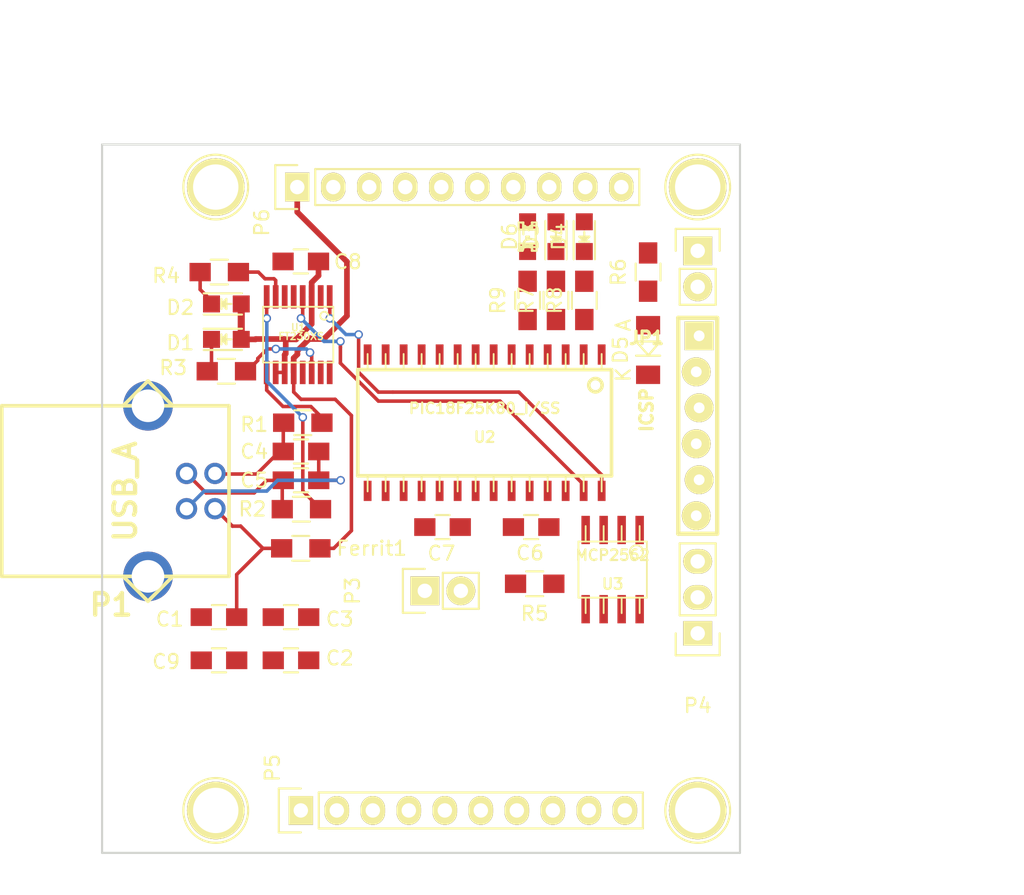
<source format=kicad_pcb>
(kicad_pcb (version 4) (host pcbnew 4.0.7-e2-6376~58~ubuntu16.04.1)

  (general
    (links 88)
    (no_connects 65)
    (area 98.580599 79.8 160.6 138.950001)
    (thickness 1.6)
    (drawings 9)
    (tracks 127)
    (zones 0)
    (modules 39)
    (nets 51)
  )

  (page A4)
  (layers
    (0 F.Cu signal)
    (31 B.Cu signal)
    (32 B.Adhes user)
    (33 F.Adhes user)
    (34 B.Paste user)
    (35 F.Paste user)
    (36 B.SilkS user)
    (37 F.SilkS user)
    (38 B.Mask user)
    (39 F.Mask user)
    (40 Dwgs.User user)
    (41 Cmts.User user)
    (42 Eco1.User user)
    (43 Eco2.User user)
    (44 Edge.Cuts user)
    (45 Margin user)
    (46 B.CrtYd user)
    (47 F.CrtYd user)
    (48 B.Fab user)
    (49 F.Fab user)
  )

  (setup
    (last_trace_width 0.25)
    (trace_clearance 0.2)
    (zone_clearance 0.508)
    (zone_45_only no)
    (trace_min 0.2)
    (segment_width 0.2)
    (edge_width 0.15)
    (via_size 0.6)
    (via_drill 0.4)
    (via_min_size 0.4)
    (via_min_drill 0.3)
    (uvia_size 0.3)
    (uvia_drill 0.1)
    (uvias_allowed no)
    (uvia_min_size 0.2)
    (uvia_min_drill 0.1)
    (pcb_text_width 0.3)
    (pcb_text_size 1.5 1.5)
    (mod_edge_width 0.15)
    (mod_text_size 1 1)
    (mod_text_width 0.15)
    (pad_size 4.064 4.064)
    (pad_drill 3.2)
    (pad_to_mask_clearance 0.2)
    (aux_axis_origin 0 0)
    (visible_elements FFFFFF7F)
    (pcbplotparams
      (layerselection 0x00030_80000001)
      (usegerberextensions false)
      (excludeedgelayer true)
      (linewidth 0.100000)
      (plotframeref false)
      (viasonmask false)
      (mode 1)
      (useauxorigin false)
      (hpglpennumber 1)
      (hpglpenspeed 20)
      (hpglpendiameter 15)
      (hpglpenoverlay 2)
      (psnegative false)
      (psa4output false)
      (plotreference true)
      (plotvalue true)
      (plotinvisibletext false)
      (padsonsilk false)
      (subtractmaskfromsilk false)
      (outputformat 1)
      (mirror false)
      (drillshape 1)
      (scaleselection 1)
      (outputdirectory ""))
  )

  (net 0 "")
  (net 1 "Net-(C1-Pad1)")
  (net 2 GND)
  (net 3 "Net-(C2-Pad1)")
  (net 4 "Net-(C2-Pad2)")
  (net 5 "Net-(C4-Pad1)")
  (net 6 "Net-(C5-Pad1)")
  (net 7 VCOM)
  (net 8 "Net-(C9-Pad1)")
  (net 9 "Net-(D1-Pad1)")
  (net 10 "Net-(D2-Pad1)")
  (net 11 "Net-(D3-Pad1)")
  (net 12 "Net-(D4-Pad1)")
  (net 13 //MCLR)
  (net 14 "Net-(D5-Pad2)")
  (net 15 VCC)
  (net 16 "Net-(JP1-Pad2)")
  (net 17 /PGD)
  (net 18 /PGC)
  (net 19 "Net-(JP1-Pad6)")
  (net 20 "Net-(P2-Pad1)")
  (net 21 "Net-(P3-Pad1)")
  (net 22 "Net-(P3-Pad2)")
  (net 23 "Net-(P4-Pad1)")
  (net 24 /RB0)
  (net 25 /RB1)
  (net 26 /CANTX)
  (net 27 /CANRX)
  (net 28 /RB4)
  (net 29 /RB5)
  (net 30 /RA3)
  (net 31 /RA5)
  (net 32 /CLKOUT)
  (net 33 /RC0)
  (net 34 /RC1)
  (net 35 /RC2)
  (net 36 /RC3)
  (net 37 /RC4)
  (net 38 /RC5)
  (net 39 /RC6)
  (net 40 /RC7)
  (net 41 "Net-(R1-Pad1)")
  (net 42 "Net-(R2-Pad1)")
  (net 43 "Net-(R3-Pad1)")
  (net 44 "Net-(R4-Pad1)")
  (net 45 "Net-(R7-Pad1)")
  (net 46 "Net-(R8-Pad1)")
  (net 47 "Net-(U1-Pad16)")
  (net 48 "Net-(U1-Pad15)")
  (net 49 "Net-(D6-Pad1)")
  (net 50 "Net-(U1-Pad6)")

  (net_class Default "This is the default net class."
    (clearance 0.2)
    (trace_width 0.25)
    (via_dia 0.6)
    (via_drill 0.4)
    (uvia_dia 0.3)
    (uvia_drill 0.1)
    (add_net //MCLR)
    (add_net /CANRX)
    (add_net /CANTX)
    (add_net /CLKOUT)
    (add_net /PGC)
    (add_net /PGD)
    (add_net /RA3)
    (add_net /RA5)
    (add_net /RB0)
    (add_net /RB1)
    (add_net /RB4)
    (add_net /RB5)
    (add_net /RC0)
    (add_net /RC1)
    (add_net /RC2)
    (add_net /RC3)
    (add_net /RC4)
    (add_net /RC5)
    (add_net /RC6)
    (add_net /RC7)
    (add_net GND)
    (add_net "Net-(C1-Pad1)")
    (add_net "Net-(C2-Pad1)")
    (add_net "Net-(C2-Pad2)")
    (add_net "Net-(C4-Pad1)")
    (add_net "Net-(C5-Pad1)")
    (add_net "Net-(C9-Pad1)")
    (add_net "Net-(D1-Pad1)")
    (add_net "Net-(D2-Pad1)")
    (add_net "Net-(D3-Pad1)")
    (add_net "Net-(D4-Pad1)")
    (add_net "Net-(D5-Pad2)")
    (add_net "Net-(D6-Pad1)")
    (add_net "Net-(JP1-Pad2)")
    (add_net "Net-(JP1-Pad6)")
    (add_net "Net-(P2-Pad1)")
    (add_net "Net-(P3-Pad1)")
    (add_net "Net-(P3-Pad2)")
    (add_net "Net-(P4-Pad1)")
    (add_net "Net-(R1-Pad1)")
    (add_net "Net-(R2-Pad1)")
    (add_net "Net-(R3-Pad1)")
    (add_net "Net-(R4-Pad1)")
    (add_net "Net-(R7-Pad1)")
    (add_net "Net-(R8-Pad1)")
    (add_net "Net-(U1-Pad15)")
    (add_net "Net-(U1-Pad16)")
    (add_net "Net-(U1-Pad6)")
  )

  (net_class Power ""
    (clearance 0.2)
    (trace_width 0.4)
    (via_dia 0.6)
    (via_drill 0.4)
    (uvia_dia 0.3)
    (uvia_drill 0.1)
    (add_net VCC)
    (add_net VCOM)
  )

  (module Connect:1pin (layer F.Cu) (tedit 5699BEF7) (tstamp 569B13D0)
    (at 148 131 180)
    (descr "module 1 pin (ou trou mecanique de percage)")
    (tags DEV)
    (fp_text reference HLU (at 0 -3.048 180) (layer F.SilkS) hide
      (effects (font (size 1 1) (thickness 0.15)))
    )
    (fp_text value 1pin (at 0 2.794 180) (layer F.Fab) hide
      (effects (font (size 1 1) (thickness 0.15)))
    )
    (fp_circle (center 0 0) (end 0 -2.286) (layer F.SilkS) (width 0.15))
    (pad 1 thru_hole circle (at 0 0 180) (size 4.064 4.064) (drill 3.2) (layers *.Cu *.Mask F.SilkS))
  )

  (module Connect:1pin (layer F.Cu) (tedit 5699BEEB) (tstamp 569B13CA)
    (at 148 87 180)
    (descr "module 1 pin (ou trou mecanique de percage)")
    (tags DEV)
    (fp_text reference HLD (at 0 -3.048 180) (layer F.SilkS) hide
      (effects (font (size 1 1) (thickness 0.15)))
    )
    (fp_text value 1pin (at 0 2.794 180) (layer F.Fab) hide
      (effects (font (size 1 1) (thickness 0.15)))
    )
    (fp_circle (center 0 0) (end 0 -2.286) (layer F.SilkS) (width 0.15))
    (pad 1 thru_hole circle (at 0 0 180) (size 4.064 4.064) (drill 3.2) (layers *.Cu *.Mask F.SilkS))
  )

  (module Connect:1pin (layer F.Cu) (tedit 5699BEE0) (tstamp 569B13C4)
    (at 114 87 180)
    (descr "module 1 pin (ou trou mecanique de percage)")
    (tags DEV)
    (fp_text reference HRD (at 0 -3.048 180) (layer F.SilkS) hide
      (effects (font (size 1 1) (thickness 0.15)))
    )
    (fp_text value 1pin (at 0 2.794 180) (layer F.Fab) hide
      (effects (font (size 1 1) (thickness 0.15)))
    )
    (fp_circle (center 0 0) (end 0 -2.286) (layer F.SilkS) (width 0.15))
    (pad 1 thru_hole circle (at 0 0 180) (size 4.064 4.064) (drill 3.2) (layers *.Cu *.Mask F.SilkS))
  )

  (module Capacitors_SMD:C_0805_HandSoldering (layer F.Cu) (tedit 56A0FBD7) (tstamp 56993522)
    (at 114.228 117.356 180)
    (descr "Capacitor SMD 0805, hand soldering")
    (tags "capacitor 0805")
    (path /56991986)
    (attr smd)
    (fp_text reference C1 (at 3.478 -0.144 180) (layer F.SilkS)
      (effects (font (size 1 1) (thickness 0.15)))
    )
    (fp_text value 10nf (at 0 2.1 180) (layer F.Fab)
      (effects (font (size 1 1) (thickness 0.15)))
    )
    (fp_line (start -2.3 -1) (end 2.3 -1) (layer F.CrtYd) (width 0.05))
    (fp_line (start -2.3 1) (end 2.3 1) (layer F.CrtYd) (width 0.05))
    (fp_line (start -2.3 -1) (end -2.3 1) (layer F.CrtYd) (width 0.05))
    (fp_line (start 2.3 -1) (end 2.3 1) (layer F.CrtYd) (width 0.05))
    (fp_line (start 0.5 -0.85) (end -0.5 -0.85) (layer F.SilkS) (width 0.15))
    (fp_line (start -0.5 0.85) (end 0.5 0.85) (layer F.SilkS) (width 0.15))
    (pad 1 smd rect (at -1.25 0 180) (size 1.5 1.25) (layers F.Cu F.Paste F.Mask)
      (net 1 "Net-(C1-Pad1)"))
    (pad 2 smd rect (at 1.25 0 180) (size 1.5 1.25) (layers F.Cu F.Paste F.Mask)
      (net 2 GND))
    (model Capacitors_SMD.3dshapes/C_0805_HandSoldering.wrl
      (at (xyz 0 0 0))
      (scale (xyz 1 1 1))
      (rotate (xyz 0 0 0))
    )
  )

  (module Capacitors_SMD:C_0805_HandSoldering (layer F.Cu) (tedit 56A0FBDD) (tstamp 5699352E)
    (at 119.308 120.404 180)
    (descr "Capacitor SMD 0805, hand soldering")
    (tags "capacitor 0805")
    (path /5699019D)
    (attr smd)
    (fp_text reference C2 (at -3.442 0.154 180) (layer F.SilkS)
      (effects (font (size 1 1) (thickness 0.15)))
    )
    (fp_text value 47pF (at 0 2.1 180) (layer F.Fab)
      (effects (font (size 1 1) (thickness 0.15)))
    )
    (fp_line (start -2.3 -1) (end 2.3 -1) (layer F.CrtYd) (width 0.05))
    (fp_line (start -2.3 1) (end 2.3 1) (layer F.CrtYd) (width 0.05))
    (fp_line (start -2.3 -1) (end -2.3 1) (layer F.CrtYd) (width 0.05))
    (fp_line (start 2.3 -1) (end 2.3 1) (layer F.CrtYd) (width 0.05))
    (fp_line (start 0.5 -0.85) (end -0.5 -0.85) (layer F.SilkS) (width 0.15))
    (fp_line (start -0.5 0.85) (end 0.5 0.85) (layer F.SilkS) (width 0.15))
    (pad 1 smd rect (at -1.25 0 180) (size 1.5 1.25) (layers F.Cu F.Paste F.Mask)
      (net 3 "Net-(C2-Pad1)"))
    (pad 2 smd rect (at 1.25 0 180) (size 1.5 1.25) (layers F.Cu F.Paste F.Mask)
      (net 4 "Net-(C2-Pad2)"))
    (model Capacitors_SMD.3dshapes/C_0805_HandSoldering.wrl
      (at (xyz 0 0 0))
      (scale (xyz 1 1 1))
      (rotate (xyz 0 0 0))
    )
  )

  (module Capacitors_SMD:C_0805_HandSoldering (layer F.Cu) (tedit 56A0FBE2) (tstamp 5699353A)
    (at 119.308 117.356 180)
    (descr "Capacitor SMD 0805, hand soldering")
    (tags "capacitor 0805")
    (path /569901E5)
    (attr smd)
    (fp_text reference C3 (at -3.442 -0.144 180) (layer F.SilkS)
      (effects (font (size 1 1) (thickness 0.15)))
    )
    (fp_text value 47pf (at 0 2.1 180) (layer F.Fab)
      (effects (font (size 1 1) (thickness 0.15)))
    )
    (fp_line (start -2.3 -1) (end 2.3 -1) (layer F.CrtYd) (width 0.05))
    (fp_line (start -2.3 1) (end 2.3 1) (layer F.CrtYd) (width 0.05))
    (fp_line (start -2.3 -1) (end -2.3 1) (layer F.CrtYd) (width 0.05))
    (fp_line (start 2.3 -1) (end 2.3 1) (layer F.CrtYd) (width 0.05))
    (fp_line (start 0.5 -0.85) (end -0.5 -0.85) (layer F.SilkS) (width 0.15))
    (fp_line (start -0.5 0.85) (end 0.5 0.85) (layer F.SilkS) (width 0.15))
    (pad 1 smd rect (at -1.25 0 180) (size 1.5 1.25) (layers F.Cu F.Paste F.Mask)
      (net 3 "Net-(C2-Pad1)"))
    (pad 2 smd rect (at 1.25 0 180) (size 1.5 1.25) (layers F.Cu F.Paste F.Mask)
      (net 4 "Net-(C2-Pad2)"))
    (model Capacitors_SMD.3dshapes/C_0805_HandSoldering.wrl
      (at (xyz 0 0 0))
      (scale (xyz 1 1 1))
      (rotate (xyz 0 0 0))
    )
  )

  (module Capacitors_SMD:C_0805_HandSoldering (layer F.Cu) (tedit 57B70F87) (tstamp 56993546)
    (at 120.015 105.664)
    (descr "Capacitor SMD 0805, hand soldering")
    (tags "capacitor 0805")
    (path /5698FC08)
    (attr smd)
    (fp_text reference C4 (at -3.302 0) (layer F.SilkS)
      (effects (font (size 1 1) (thickness 0.15)))
    )
    (fp_text value 47pF (at 0 2.1) (layer F.Fab)
      (effects (font (size 1 1) (thickness 0.15)))
    )
    (fp_line (start -2.3 -1) (end 2.3 -1) (layer F.CrtYd) (width 0.05))
    (fp_line (start -2.3 1) (end 2.3 1) (layer F.CrtYd) (width 0.05))
    (fp_line (start -2.3 -1) (end -2.3 1) (layer F.CrtYd) (width 0.05))
    (fp_line (start 2.3 -1) (end 2.3 1) (layer F.CrtYd) (width 0.05))
    (fp_line (start 0.5 -0.85) (end -0.5 -0.85) (layer F.SilkS) (width 0.15))
    (fp_line (start -0.5 0.85) (end 0.5 0.85) (layer F.SilkS) (width 0.15))
    (pad 1 smd rect (at -1.25 0) (size 1.5 1.25) (layers F.Cu F.Paste F.Mask)
      (net 5 "Net-(C4-Pad1)"))
    (pad 2 smd rect (at 1.25 0) (size 1.5 1.25) (layers F.Cu F.Paste F.Mask)
      (net 2 GND))
    (model Capacitors_SMD.3dshapes/C_0805_HandSoldering.wrl
      (at (xyz 0 0 0))
      (scale (xyz 1 1 1))
      (rotate (xyz 0 0 0))
    )
  )

  (module Capacitors_SMD:C_0805_HandSoldering (layer F.Cu) (tedit 57B70F97) (tstamp 56993552)
    (at 120.015 107.696)
    (descr "Capacitor SMD 0805, hand soldering")
    (tags "capacitor 0805")
    (path /5698FC7C)
    (attr smd)
    (fp_text reference C5 (at -3.302 0) (layer F.SilkS)
      (effects (font (size 1 1) (thickness 0.15)))
    )
    (fp_text value 47pf (at 0 2.1) (layer F.Fab)
      (effects (font (size 1 1) (thickness 0.15)))
    )
    (fp_line (start -2.3 -1) (end 2.3 -1) (layer F.CrtYd) (width 0.05))
    (fp_line (start -2.3 1) (end 2.3 1) (layer F.CrtYd) (width 0.05))
    (fp_line (start -2.3 -1) (end -2.3 1) (layer F.CrtYd) (width 0.05))
    (fp_line (start 2.3 -1) (end 2.3 1) (layer F.CrtYd) (width 0.05))
    (fp_line (start 0.5 -0.85) (end -0.5 -0.85) (layer F.SilkS) (width 0.15))
    (fp_line (start -0.5 0.85) (end 0.5 0.85) (layer F.SilkS) (width 0.15))
    (pad 1 smd rect (at -1.25 0) (size 1.5 1.25) (layers F.Cu F.Paste F.Mask)
      (net 6 "Net-(C5-Pad1)"))
    (pad 2 smd rect (at 1.25 0) (size 1.5 1.25) (layers F.Cu F.Paste F.Mask)
      (net 2 GND))
    (model Capacitors_SMD.3dshapes/C_0805_HandSoldering.wrl
      (at (xyz 0 0 0))
      (scale (xyz 1 1 1))
      (rotate (xyz 0 0 0))
    )
  )

  (module Capacitors_SMD:C_0805_HandSoldering (layer F.Cu) (tedit 57B6F8AD) (tstamp 5699355E)
    (at 136.25 111 180)
    (descr "Capacitor SMD 0805, hand soldering")
    (tags "capacitor 0805")
    (path /5698FEE6)
    (attr smd)
    (fp_text reference C6 (at 0.0806 -1.8268 180) (layer F.SilkS)
      (effects (font (size 1 1) (thickness 0.15)))
    )
    (fp_text value 100nF (at 0.106 -0.0234 180) (layer F.Fab)
      (effects (font (size 1 1) (thickness 0.15)))
    )
    (fp_line (start -2.3 -1) (end 2.3 -1) (layer F.CrtYd) (width 0.05))
    (fp_line (start -2.3 1) (end 2.3 1) (layer F.CrtYd) (width 0.05))
    (fp_line (start -2.3 -1) (end -2.3 1) (layer F.CrtYd) (width 0.05))
    (fp_line (start 2.3 -1) (end 2.3 1) (layer F.CrtYd) (width 0.05))
    (fp_line (start 0.5 -0.85) (end -0.5 -0.85) (layer F.SilkS) (width 0.15))
    (fp_line (start -0.5 0.85) (end 0.5 0.85) (layer F.SilkS) (width 0.15))
    (pad 1 smd rect (at -1.25 0 180) (size 1.5 1.25) (layers F.Cu F.Paste F.Mask)
      (net 7 VCOM))
    (pad 2 smd rect (at 1.25 0 180) (size 1.5 1.25) (layers F.Cu F.Paste F.Mask)
      (net 2 GND))
    (model Capacitors_SMD.3dshapes/C_0805_HandSoldering.wrl
      (at (xyz 0 0 0))
      (scale (xyz 1 1 1))
      (rotate (xyz 0 0 0))
    )
  )

  (module Capacitors_SMD:C_0805_HandSoldering (layer F.Cu) (tedit 57B6F88A) (tstamp 5699356A)
    (at 130 111)
    (descr "Capacitor SMD 0805, hand soldering")
    (tags "capacitor 0805")
    (path /56993156)
    (attr smd)
    (fp_text reference C7 (at -0.079 1.8522) (layer F.SilkS)
      (effects (font (size 1 1) (thickness 0.15)))
    )
    (fp_text value 100nF (at 0.1496 -0.0274) (layer F.Fab)
      (effects (font (size 1 1) (thickness 0.15)))
    )
    (fp_line (start -2.3 -1) (end 2.3 -1) (layer F.CrtYd) (width 0.05))
    (fp_line (start -2.3 1) (end 2.3 1) (layer F.CrtYd) (width 0.05))
    (fp_line (start -2.3 -1) (end -2.3 1) (layer F.CrtYd) (width 0.05))
    (fp_line (start 2.3 -1) (end 2.3 1) (layer F.CrtYd) (width 0.05))
    (fp_line (start 0.5 -0.85) (end -0.5 -0.85) (layer F.SilkS) (width 0.15))
    (fp_line (start -0.5 0.85) (end 0.5 0.85) (layer F.SilkS) (width 0.15))
    (pad 1 smd rect (at -1.25 0) (size 1.5 1.25) (layers F.Cu F.Paste F.Mask)
      (net 7 VCOM))
    (pad 2 smd rect (at 1.25 0) (size 1.5 1.25) (layers F.Cu F.Paste F.Mask)
      (net 2 GND))
    (model Capacitors_SMD.3dshapes/C_0805_HandSoldering.wrl
      (at (xyz 0 0 0))
      (scale (xyz 1 1 1))
      (rotate (xyz 0 0 0))
    )
  )

  (module Capacitors_SMD:C_0805_HandSoldering (layer F.Cu) (tedit 57B6F8CF) (tstamp 56993576)
    (at 120 92.25 180)
    (descr "Capacitor SMD 0805, hand soldering")
    (tags "capacitor 0805")
    (path /569933DE)
    (attr smd)
    (fp_text reference C8 (at -3.317 -0.0282 180) (layer F.SilkS)
      (effects (font (size 1 1) (thickness 0.15)))
    )
    (fp_text value 100nF (at -0.0658 -0.1044 180) (layer F.Fab)
      (effects (font (size 1 1) (thickness 0.15)))
    )
    (fp_line (start -2.3 -1) (end 2.3 -1) (layer F.CrtYd) (width 0.05))
    (fp_line (start -2.3 1) (end 2.3 1) (layer F.CrtYd) (width 0.05))
    (fp_line (start -2.3 -1) (end -2.3 1) (layer F.CrtYd) (width 0.05))
    (fp_line (start 2.3 -1) (end 2.3 1) (layer F.CrtYd) (width 0.05))
    (fp_line (start 0.5 -0.85) (end -0.5 -0.85) (layer F.SilkS) (width 0.15))
    (fp_line (start -0.5 0.85) (end 0.5 0.85) (layer F.SilkS) (width 0.15))
    (pad 1 smd rect (at -1.25 0 180) (size 1.5 1.25) (layers F.Cu F.Paste F.Mask)
      (net 7 VCOM))
    (pad 2 smd rect (at 1.25 0 180) (size 1.5 1.25) (layers F.Cu F.Paste F.Mask)
      (net 2 GND))
    (model Capacitors_SMD.3dshapes/C_0805_HandSoldering.wrl
      (at (xyz 0 0 0))
      (scale (xyz 1 1 1))
      (rotate (xyz 0 0 0))
    )
  )

  (module Capacitors_SMD:C_0805_HandSoldering (layer F.Cu) (tedit 56A0FBDA) (tstamp 56993582)
    (at 114.228 120.404 180)
    (descr "Capacitor SMD 0805, hand soldering")
    (tags "capacitor 0805")
    (path /5699930E)
    (attr smd)
    (fp_text reference C9 (at 3.728 -0.096 180) (layer F.SilkS)
      (effects (font (size 1 1) (thickness 0.15)))
    )
    (fp_text value CP (at 0 2.1 180) (layer F.Fab)
      (effects (font (size 1 1) (thickness 0.15)))
    )
    (fp_line (start -2.3 -1) (end 2.3 -1) (layer F.CrtYd) (width 0.05))
    (fp_line (start -2.3 1) (end 2.3 1) (layer F.CrtYd) (width 0.05))
    (fp_line (start -2.3 -1) (end -2.3 1) (layer F.CrtYd) (width 0.05))
    (fp_line (start 2.3 -1) (end 2.3 1) (layer F.CrtYd) (width 0.05))
    (fp_line (start 0.5 -0.85) (end -0.5 -0.85) (layer F.SilkS) (width 0.15))
    (fp_line (start -0.5 0.85) (end 0.5 0.85) (layer F.SilkS) (width 0.15))
    (pad 1 smd rect (at -1.25 0 180) (size 1.5 1.25) (layers F.Cu F.Paste F.Mask)
      (net 8 "Net-(C9-Pad1)"))
    (pad 2 smd rect (at 1.25 0 180) (size 1.5 1.25) (layers F.Cu F.Paste F.Mask)
      (net 2 GND))
    (model Capacitors_SMD.3dshapes/C_0805_HandSoldering.wrl
      (at (xyz 0 0 0))
      (scale (xyz 1 1 1))
      (rotate (xyz 0 0 0))
    )
  )

  (module LEDs:LED-0805 (layer F.Cu) (tedit 56A0FB8B) (tstamp 56993595)
    (at 114.75 97.75)
    (descr "LED 0805 smd package")
    (tags "LED 0805 SMD")
    (path /5698FA8C)
    (attr smd)
    (fp_text reference D1 (at -3.25 0.25) (layer F.SilkS)
      (effects (font (size 1 1) (thickness 0.15)))
    )
    (fp_text value LED (at 0 1.75) (layer F.Fab) hide
      (effects (font (size 1 1) (thickness 0.15)))
    )
    (fp_line (start -1.6 0.75) (end 1.1 0.75) (layer F.SilkS) (width 0.15))
    (fp_line (start -1.6 -0.75) (end 1.1 -0.75) (layer F.SilkS) (width 0.15))
    (fp_line (start -0.1 0.15) (end -0.1 -0.1) (layer F.SilkS) (width 0.15))
    (fp_line (start -0.1 -0.1) (end -0.25 0.05) (layer F.SilkS) (width 0.15))
    (fp_line (start -0.35 -0.35) (end -0.35 0.35) (layer F.SilkS) (width 0.15))
    (fp_line (start 0 0) (end 0.35 0) (layer F.SilkS) (width 0.15))
    (fp_line (start -0.35 0) (end 0 -0.35) (layer F.SilkS) (width 0.15))
    (fp_line (start 0 -0.35) (end 0 0.35) (layer F.SilkS) (width 0.15))
    (fp_line (start 0 0.35) (end -0.35 0) (layer F.SilkS) (width 0.15))
    (fp_line (start 1.9 -0.95) (end 1.9 0.95) (layer F.CrtYd) (width 0.05))
    (fp_line (start 1.9 0.95) (end -1.9 0.95) (layer F.CrtYd) (width 0.05))
    (fp_line (start -1.9 0.95) (end -1.9 -0.95) (layer F.CrtYd) (width 0.05))
    (fp_line (start -1.9 -0.95) (end 1.9 -0.95) (layer F.CrtYd) (width 0.05))
    (pad 2 smd rect (at 1.04902 0 180) (size 1.19888 1.19888) (layers F.Cu F.Paste F.Mask)
      (net 7 VCOM))
    (pad 1 smd rect (at -1.04902 0 180) (size 1.19888 1.19888) (layers F.Cu F.Paste F.Mask)
      (net 9 "Net-(D1-Pad1)"))
    (model LEDs.3dshapes/LED-0805.wrl
      (at (xyz 0 0 0))
      (scale (xyz 1 1 1))
      (rotate (xyz 0 0 0))
    )
  )

  (module LEDs:LED-0805 (layer F.Cu) (tedit 56A0FB90) (tstamp 569935A8)
    (at 114.75 95.25)
    (descr "LED 0805 smd package")
    (tags "LED 0805 SMD")
    (path /5698FAFE)
    (attr smd)
    (fp_text reference D2 (at -3.25 0.25) (layer F.SilkS)
      (effects (font (size 1 1) (thickness 0.15)))
    )
    (fp_text value LED (at 0 1.75) (layer F.Fab) hide
      (effects (font (size 1 1) (thickness 0.15)))
    )
    (fp_line (start -1.6 0.75) (end 1.1 0.75) (layer F.SilkS) (width 0.15))
    (fp_line (start -1.6 -0.75) (end 1.1 -0.75) (layer F.SilkS) (width 0.15))
    (fp_line (start -0.1 0.15) (end -0.1 -0.1) (layer F.SilkS) (width 0.15))
    (fp_line (start -0.1 -0.1) (end -0.25 0.05) (layer F.SilkS) (width 0.15))
    (fp_line (start -0.35 -0.35) (end -0.35 0.35) (layer F.SilkS) (width 0.15))
    (fp_line (start 0 0) (end 0.35 0) (layer F.SilkS) (width 0.15))
    (fp_line (start -0.35 0) (end 0 -0.35) (layer F.SilkS) (width 0.15))
    (fp_line (start 0 -0.35) (end 0 0.35) (layer F.SilkS) (width 0.15))
    (fp_line (start 0 0.35) (end -0.35 0) (layer F.SilkS) (width 0.15))
    (fp_line (start 1.9 -0.95) (end 1.9 0.95) (layer F.CrtYd) (width 0.05))
    (fp_line (start 1.9 0.95) (end -1.9 0.95) (layer F.CrtYd) (width 0.05))
    (fp_line (start -1.9 0.95) (end -1.9 -0.95) (layer F.CrtYd) (width 0.05))
    (fp_line (start -1.9 -0.95) (end 1.9 -0.95) (layer F.CrtYd) (width 0.05))
    (pad 2 smd rect (at 1.04902 0 180) (size 1.19888 1.19888) (layers F.Cu F.Paste F.Mask)
      (net 7 VCOM))
    (pad 1 smd rect (at -1.04902 0 180) (size 1.19888 1.19888) (layers F.Cu F.Paste F.Mask)
      (net 10 "Net-(D2-Pad1)"))
    (model LEDs.3dshapes/LED-0805.wrl
      (at (xyz 0 0 0))
      (scale (xyz 1 1 1))
      (rotate (xyz 0 0 0))
    )
  )

  (module LEDs:LED-0805 (layer F.Cu) (tedit 55BDE1C2) (tstamp 569935BB)
    (at 138 90.5 90)
    (descr "LED 0805 smd package")
    (tags "LED 0805 SMD")
    (path /56996B07)
    (attr smd)
    (fp_text reference D3 (at 0 -1.75 90) (layer F.SilkS)
      (effects (font (size 1 1) (thickness 0.15)))
    )
    (fp_text value LED (at 0 1.75 90) (layer F.Fab)
      (effects (font (size 1 1) (thickness 0.15)))
    )
    (fp_line (start -1.6 0.75) (end 1.1 0.75) (layer F.SilkS) (width 0.15))
    (fp_line (start -1.6 -0.75) (end 1.1 -0.75) (layer F.SilkS) (width 0.15))
    (fp_line (start -0.1 0.15) (end -0.1 -0.1) (layer F.SilkS) (width 0.15))
    (fp_line (start -0.1 -0.1) (end -0.25 0.05) (layer F.SilkS) (width 0.15))
    (fp_line (start -0.35 -0.35) (end -0.35 0.35) (layer F.SilkS) (width 0.15))
    (fp_line (start 0 0) (end 0.35 0) (layer F.SilkS) (width 0.15))
    (fp_line (start -0.35 0) (end 0 -0.35) (layer F.SilkS) (width 0.15))
    (fp_line (start 0 -0.35) (end 0 0.35) (layer F.SilkS) (width 0.15))
    (fp_line (start 0 0.35) (end -0.35 0) (layer F.SilkS) (width 0.15))
    (fp_line (start 1.9 -0.95) (end 1.9 0.95) (layer F.CrtYd) (width 0.05))
    (fp_line (start 1.9 0.95) (end -1.9 0.95) (layer F.CrtYd) (width 0.05))
    (fp_line (start -1.9 0.95) (end -1.9 -0.95) (layer F.CrtYd) (width 0.05))
    (fp_line (start -1.9 -0.95) (end 1.9 -0.95) (layer F.CrtYd) (width 0.05))
    (pad 2 smd rect (at 1.04902 0 270) (size 1.19888 1.19888) (layers F.Cu F.Paste F.Mask)
      (net 7 VCOM))
    (pad 1 smd rect (at -1.04902 0 270) (size 1.19888 1.19888) (layers F.Cu F.Paste F.Mask)
      (net 11 "Net-(D3-Pad1)"))
    (model LEDs.3dshapes/LED-0805.wrl
      (at (xyz 0 0 0))
      (scale (xyz 1 1 1))
      (rotate (xyz 0 0 0))
    )
  )

  (module LEDs:LED-0805 (layer F.Cu) (tedit 55BDE1C2) (tstamp 569935CE)
    (at 140 90.5 90)
    (descr "LED 0805 smd package")
    (tags "LED 0805 SMD")
    (path /56996CE0)
    (attr smd)
    (fp_text reference D4 (at 0 -1.75 90) (layer F.SilkS)
      (effects (font (size 1 1) (thickness 0.15)))
    )
    (fp_text value LED (at 0 1.75 90) (layer F.Fab)
      (effects (font (size 1 1) (thickness 0.15)))
    )
    (fp_line (start -1.6 0.75) (end 1.1 0.75) (layer F.SilkS) (width 0.15))
    (fp_line (start -1.6 -0.75) (end 1.1 -0.75) (layer F.SilkS) (width 0.15))
    (fp_line (start -0.1 0.15) (end -0.1 -0.1) (layer F.SilkS) (width 0.15))
    (fp_line (start -0.1 -0.1) (end -0.25 0.05) (layer F.SilkS) (width 0.15))
    (fp_line (start -0.35 -0.35) (end -0.35 0.35) (layer F.SilkS) (width 0.15))
    (fp_line (start 0 0) (end 0.35 0) (layer F.SilkS) (width 0.15))
    (fp_line (start -0.35 0) (end 0 -0.35) (layer F.SilkS) (width 0.15))
    (fp_line (start 0 -0.35) (end 0 0.35) (layer F.SilkS) (width 0.15))
    (fp_line (start 0 0.35) (end -0.35 0) (layer F.SilkS) (width 0.15))
    (fp_line (start 1.9 -0.95) (end 1.9 0.95) (layer F.CrtYd) (width 0.05))
    (fp_line (start 1.9 0.95) (end -1.9 0.95) (layer F.CrtYd) (width 0.05))
    (fp_line (start -1.9 0.95) (end -1.9 -0.95) (layer F.CrtYd) (width 0.05))
    (fp_line (start -1.9 -0.95) (end 1.9 -0.95) (layer F.CrtYd) (width 0.05))
    (pad 2 smd rect (at 1.04902 0 270) (size 1.19888 1.19888) (layers F.Cu F.Paste F.Mask)
      (net 7 VCOM))
    (pad 1 smd rect (at -1.04902 0 270) (size 1.19888 1.19888) (layers F.Cu F.Paste F.Mask)
      (net 12 "Net-(D4-Pad1)"))
    (model LEDs.3dshapes/LED-0805.wrl
      (at (xyz 0 0 0))
      (scale (xyz 1 1 1))
      (rotate (xyz 0 0 0))
    )
  )

  (module Resistors_SMD:R_0805_HandSoldering (layer F.Cu) (tedit 56A0FBC7) (tstamp 569935F1)
    (at 120 112.5 180)
    (descr "Resistor SMD 0805, hand soldering")
    (tags "resistor 0805")
    (path /56990309)
    (attr smd)
    (fp_text reference Ferrit1 (at -5 0 180) (layer F.SilkS)
      (effects (font (size 1 1) (thickness 0.15)))
    )
    (fp_text value 10uH (at 0 2.1 180) (layer F.Fab)
      (effects (font (size 1 1) (thickness 0.15)))
    )
    (fp_line (start -2.4 -1) (end 2.4 -1) (layer F.CrtYd) (width 0.05))
    (fp_line (start -2.4 1) (end 2.4 1) (layer F.CrtYd) (width 0.05))
    (fp_line (start -2.4 -1) (end -2.4 1) (layer F.CrtYd) (width 0.05))
    (fp_line (start 2.4 -1) (end 2.4 1) (layer F.CrtYd) (width 0.05))
    (fp_line (start 0.6 0.875) (end -0.6 0.875) (layer F.SilkS) (width 0.15))
    (fp_line (start -0.6 -0.875) (end 0.6 -0.875) (layer F.SilkS) (width 0.15))
    (pad 1 smd rect (at -1.35 0 180) (size 1.5 1.3) (layers F.Cu F.Paste F.Mask)
      (net 15 VCC))
    (pad 2 smd rect (at 1.35 0 180) (size 1.5 1.3) (layers F.Cu F.Paste F.Mask)
      (net 1 "Net-(C1-Pad1)"))
    (model Resistors_SMD.3dshapes/R_0805_HandSoldering.wrl
      (at (xyz 0 0 0))
      (scale (xyz 1 1 1))
      (rotate (xyz 0 0 0))
    )
  )

  (module ICSP:ICSP (layer F.Cu) (tedit 56993639) (tstamp 569935FF)
    (at 148 97.5 270)
    (descr "Staggered Microchip ICSP Pin Header")
    (path /5699C646)
    (fp_text reference JP1 (at 0.1524 3.6068 540) (layer F.SilkS)
      (effects (font (size 0.889 0.889) (thickness 0.3048)))
    )
    (fp_text value ICSP (at 5.2324 3.6068 270) (layer F.SilkS)
      (effects (font (size 0.889 0.889) (thickness 0.3048)))
    )
    (fp_line (start -1.27 1.3716) (end 13.97 1.3716) (layer F.SilkS) (width 0.3048))
    (fp_line (start 13.97 1.3716) (end 13.97 -1.3716) (layer F.SilkS) (width 0.3048))
    (fp_line (start 13.97 -1.3716) (end -1.27 -1.3716) (layer F.SilkS) (width 0.3048))
    (fp_line (start -1.27 -1.3716) (end -1.27 1.3716) (layer F.SilkS) (width 0.3048))
    (pad 1 thru_hole rect (at 0 -0.1016 270) (size 2.032 2.032) (drill 0.762) (layers *.Cu *.Mask F.SilkS)
      (net 13 //MCLR))
    (pad 2 thru_hole circle (at 2.54 0.1016 270) (size 2.032 2.032) (drill 0.762) (layers *.Cu *.Mask F.SilkS)
      (net 16 "Net-(JP1-Pad2)"))
    (pad 3 thru_hole circle (at 5.08 -0.1016 270) (size 2.032 2.032) (drill 0.762) (layers *.Cu *.Mask F.SilkS)
      (net 2 GND))
    (pad 4 thru_hole circle (at 7.62 0.1016 270) (size 2.032 2.032) (drill 0.762) (layers *.Cu *.Mask F.SilkS)
      (net 17 /PGD))
    (pad 5 thru_hole circle (at 10.16 -0.1016 270) (size 2.032 2.032) (drill 0.762) (layers *.Cu *.Mask F.SilkS)
      (net 18 /PGC))
    (pad 6 thru_hole circle (at 12.7 0.1016 270) (size 2.032 2.032) (drill 0.762) (layers *.Cu *.Mask F.SilkS)
      (net 19 "Net-(JP1-Pad6)"))
  )

  (module w_conn_pc:conn_usb_B (layer F.Cu) (tedit 569E7AF1) (tstamp 56993613)
    (at 106.934 108.458 270)
    (descr "USB B-type receptacle, Lumberg P/N 2411-02")
    (tags USB)
    (path /5698F020)
    (fp_text reference P1 (at 8.034 0.3145 360) (layer F.SilkS)
      (effects (font (thickness 0.3048)))
    )
    (fp_text value USB_A (at 0.034 -0.6855 270) (layer F.SilkS)
      (effects (font (thickness 0.3048)))
    )
    (fp_line (start 6.0198 -4.0386) (end 7.7724 -2.286) (layer F.SilkS) (width 0.254))
    (fp_line (start 7.7724 -2.286) (end 6.0198 -0.5334) (layer F.SilkS) (width 0.254))
    (fp_line (start -6.0198 -4.0386) (end -7.7724 -2.286) (layer F.SilkS) (width 0.254))
    (fp_line (start -7.7724 -2.286) (end -6.0198 -0.5334) (layer F.SilkS) (width 0.254))
    (fp_line (start -6.0198 -2.286) (end -6.0198 8.0264) (layer F.SilkS) (width 0.254))
    (fp_line (start -6.0198 8.0264) (end 6.0198 8.0264) (layer F.SilkS) (width 0.254))
    (fp_line (start 6.0198 8.0264) (end 6.0198 -2.286) (layer F.SilkS) (width 0.254))
    (fp_line (start 6.0198 -2.286) (end 6.0198 -8.001) (layer F.SilkS) (width 0.254))
    (fp_line (start 6.0198 -8.001) (end -6.0198 -8.001) (layer F.SilkS) (width 0.254))
    (fp_line (start -6.0198 -8.001) (end -6.0198 -2.286) (layer F.SilkS) (width 0.254))
    (pad 3 thru_hole circle (at -1.2446 -5.0038 270) (size 1.50114 1.50114) (drill 0.94996) (layers *.Cu *.Mask)
      (net 6 "Net-(C5-Pad1)"))
    (pad 4 thru_hole circle (at 1.2446 -5.0038 270) (size 1.50114 1.50114) (drill 0.94996) (layers *.Cu *.Mask)
      (net 2 GND))
    (pad 1 thru_hole circle (at 1.2446 -7.0104 270) (size 1.50114 1.50114) (drill 0.94996) (layers *.Cu *.Mask)
      (net 1 "Net-(C1-Pad1)"))
    (pad 2 thru_hole circle (at -1.2446 -7.0104 270) (size 1.50114 1.50114) (drill 0.94996) (layers *.Cu *.Mask)
      (net 5 "Net-(C4-Pad1)"))
    (pad "" thru_hole circle (at -6.0198 -2.286 270) (size 3.50012 3.50012) (drill 2.30124) (layers *.Cu *.Mask))
    (pad "" thru_hole circle (at 6.0198 -2.286 270) (size 3.50012 3.50012) (drill 2.30124) (layers *.Cu *.Mask))
    (model walter/conn_pc/usb_B.wrl
      (at (xyz 0 0 0))
      (scale (xyz 1 1 1))
      (rotate (xyz 0 0 0))
    )
  )

  (module Pin_Headers:Pin_Header_Straight_1x02 (layer F.Cu) (tedit 54EA090C) (tstamp 56993624)
    (at 148 91.5)
    (descr "Through hole pin header")
    (tags "pin header")
    (path /56993CB7)
    (fp_text reference P2 (at 0 -5.1) (layer F.SilkS)
      (effects (font (size 1 1) (thickness 0.15)))
    )
    (fp_text value Prog (at 0 -3.1) (layer F.Fab)
      (effects (font (size 1 1) (thickness 0.15)))
    )
    (fp_line (start 1.27 1.27) (end 1.27 3.81) (layer F.SilkS) (width 0.15))
    (fp_line (start 1.55 -1.55) (end 1.55 0) (layer F.SilkS) (width 0.15))
    (fp_line (start -1.75 -1.75) (end -1.75 4.3) (layer F.CrtYd) (width 0.05))
    (fp_line (start 1.75 -1.75) (end 1.75 4.3) (layer F.CrtYd) (width 0.05))
    (fp_line (start -1.75 -1.75) (end 1.75 -1.75) (layer F.CrtYd) (width 0.05))
    (fp_line (start -1.75 4.3) (end 1.75 4.3) (layer F.CrtYd) (width 0.05))
    (fp_line (start 1.27 1.27) (end -1.27 1.27) (layer F.SilkS) (width 0.15))
    (fp_line (start -1.55 0) (end -1.55 -1.55) (layer F.SilkS) (width 0.15))
    (fp_line (start -1.55 -1.55) (end 1.55 -1.55) (layer F.SilkS) (width 0.15))
    (fp_line (start -1.27 1.27) (end -1.27 3.81) (layer F.SilkS) (width 0.15))
    (fp_line (start -1.27 3.81) (end 1.27 3.81) (layer F.SilkS) (width 0.15))
    (pad 1 thru_hole rect (at 0 0) (size 2.032 2.032) (drill 1.016) (layers *.Cu *.Mask F.SilkS)
      (net 20 "Net-(P2-Pad1)"))
    (pad 2 thru_hole oval (at 0 2.54) (size 2.032 2.032) (drill 1.016) (layers *.Cu *.Mask F.SilkS)
      (net 13 //MCLR))
    (model Pin_Headers.3dshapes/Pin_Header_Straight_1x02.wrl
      (at (xyz 0 -0.05 0))
      (scale (xyz 1 1 1))
      (rotate (xyz 0 0 90))
    )
  )

  (module Pin_Headers:Pin_Header_Straight_1x02 (layer F.Cu) (tedit 54EA090C) (tstamp 56993635)
    (at 128.75 115.5 90)
    (descr "Through hole pin header")
    (tags "pin header")
    (path /56995853)
    (fp_text reference P3 (at 0 -5.1 90) (layer F.SilkS)
      (effects (font (size 1 1) (thickness 0.15)))
    )
    (fp_text value Term (at 0 -3.1 90) (layer F.Fab)
      (effects (font (size 1 1) (thickness 0.15)))
    )
    (fp_line (start 1.27 1.27) (end 1.27 3.81) (layer F.SilkS) (width 0.15))
    (fp_line (start 1.55 -1.55) (end 1.55 0) (layer F.SilkS) (width 0.15))
    (fp_line (start -1.75 -1.75) (end -1.75 4.3) (layer F.CrtYd) (width 0.05))
    (fp_line (start 1.75 -1.75) (end 1.75 4.3) (layer F.CrtYd) (width 0.05))
    (fp_line (start -1.75 -1.75) (end 1.75 -1.75) (layer F.CrtYd) (width 0.05))
    (fp_line (start -1.75 4.3) (end 1.75 4.3) (layer F.CrtYd) (width 0.05))
    (fp_line (start 1.27 1.27) (end -1.27 1.27) (layer F.SilkS) (width 0.15))
    (fp_line (start -1.55 0) (end -1.55 -1.55) (layer F.SilkS) (width 0.15))
    (fp_line (start -1.55 -1.55) (end 1.55 -1.55) (layer F.SilkS) (width 0.15))
    (fp_line (start -1.27 1.27) (end -1.27 3.81) (layer F.SilkS) (width 0.15))
    (fp_line (start -1.27 3.81) (end 1.27 3.81) (layer F.SilkS) (width 0.15))
    (pad 1 thru_hole rect (at 0 0 90) (size 2.032 2.032) (drill 1.016) (layers *.Cu *.Mask F.SilkS)
      (net 21 "Net-(P3-Pad1)"))
    (pad 2 thru_hole oval (at 0 2.54 90) (size 2.032 2.032) (drill 1.016) (layers *.Cu *.Mask F.SilkS)
      (net 22 "Net-(P3-Pad2)"))
    (model Pin_Headers.3dshapes/Pin_Header_Straight_1x02.wrl
      (at (xyz 0 -0.05 0))
      (scale (xyz 1 1 1))
      (rotate (xyz 0 0 90))
    )
  )

  (module Pin_Headers:Pin_Header_Straight_1x03 (layer F.Cu) (tedit 5699C8E1) (tstamp 56993647)
    (at 148 118.5 180)
    (descr "Through hole pin header")
    (tags "pin header")
    (path /56992C91)
    (fp_text reference P4 (at 0 -5.1 180) (layer F.SilkS)
      (effects (font (size 1 1) (thickness 0.15)))
    )
    (fp_text value CONN_01X03 (at 0 -3.1 180) (layer F.Fab)
      (effects (font (size 1 1) (thickness 0.15)))
    )
    (fp_line (start -1.75 -1.75) (end -1.75 6.85) (layer F.CrtYd) (width 0.05))
    (fp_line (start 1.75 -1.75) (end 1.75 6.85) (layer F.CrtYd) (width 0.05))
    (fp_line (start -1.75 -1.75) (end 1.75 -1.75) (layer F.CrtYd) (width 0.05))
    (fp_line (start -1.75 6.85) (end 1.75 6.85) (layer F.CrtYd) (width 0.05))
    (fp_line (start -1.27 1.27) (end -1.27 6.35) (layer F.SilkS) (width 0.15))
    (fp_line (start -1.27 6.35) (end 1.27 6.35) (layer F.SilkS) (width 0.15))
    (fp_line (start 1.27 6.35) (end 1.27 1.27) (layer F.SilkS) (width 0.15))
    (fp_line (start 1.55 -1.55) (end 1.55 0) (layer F.SilkS) (width 0.15))
    (fp_line (start 1.27 1.27) (end -1.27 1.27) (layer F.SilkS) (width 0.15))
    (fp_line (start -1.55 0) (end -1.55 -1.55) (layer F.SilkS) (width 0.15))
    (fp_line (start -1.55 -1.55) (end 1.55 -1.55) (layer F.SilkS) (width 0.15))
    (pad 1 thru_hole rect (at 0 0 180) (size 2.032 1.7272) (drill 1.016) (layers *.Cu *.Mask F.SilkS)
      (net 23 "Net-(P4-Pad1)"))
    (pad 2 thru_hole oval (at 0 2.54 180) (size 2.032 1.7272) (drill 1.016) (layers *.Cu *.Mask F.SilkS)
      (net 22 "Net-(P3-Pad2)"))
    (pad 3 thru_hole oval (at 0 5.08 180) (size 2.032 1.7272) (drill 1.016) (layers *.Cu *.Mask F.SilkS)
      (net 2 GND))
    (model Pin_Headers.3dshapes/Pin_Header_Straight_1x03.wrl
      (at (xyz 0 -0.1 0))
      (scale (xyz 1 1 1))
      (rotate (xyz 0 0 90))
    )
  )

  (module Resistors_SMD:R_0805_HandSoldering (layer F.Cu) (tedit 57B70FA0) (tstamp 56993689)
    (at 120.142 103.632 180)
    (descr "Resistor SMD 0805, hand soldering")
    (tags "resistor 0805")
    (path /5698F856)
    (attr smd)
    (fp_text reference R1 (at 3.429 -0.127 180) (layer F.SilkS)
      (effects (font (size 1 1) (thickness 0.15)))
    )
    (fp_text value 27 (at 0 -0.127 180) (layer F.Fab)
      (effects (font (size 1 1) (thickness 0.15)))
    )
    (fp_line (start -2.4 -1) (end 2.4 -1) (layer F.CrtYd) (width 0.05))
    (fp_line (start -2.4 1) (end 2.4 1) (layer F.CrtYd) (width 0.05))
    (fp_line (start -2.4 -1) (end -2.4 1) (layer F.CrtYd) (width 0.05))
    (fp_line (start 2.4 -1) (end 2.4 1) (layer F.CrtYd) (width 0.05))
    (fp_line (start 0.6 0.875) (end -0.6 0.875) (layer F.SilkS) (width 0.15))
    (fp_line (start -0.6 -0.875) (end 0.6 -0.875) (layer F.SilkS) (width 0.15))
    (pad 1 smd rect (at -1.35 0 180) (size 1.5 1.3) (layers F.Cu F.Paste F.Mask)
      (net 41 "Net-(R1-Pad1)"))
    (pad 2 smd rect (at 1.35 0 180) (size 1.5 1.3) (layers F.Cu F.Paste F.Mask)
      (net 5 "Net-(C4-Pad1)"))
    (model Resistors_SMD.3dshapes/R_0805_HandSoldering.wrl
      (at (xyz 0 0 0))
      (scale (xyz 1 1 1))
      (rotate (xyz 0 0 0))
    )
  )

  (module Resistors_SMD:R_0805_HandSoldering (layer F.Cu) (tedit 57B70F8E) (tstamp 56993695)
    (at 120.042 109.736 180)
    (descr "Resistor SMD 0805, hand soldering")
    (tags "resistor 0805")
    (path /5698F8A4)
    (attr smd)
    (fp_text reference R2 (at 3.456 0.008 180) (layer F.SilkS)
      (effects (font (size 1 1) (thickness 0.15)))
    )
    (fp_text value 27 (at 0 2.1 180) (layer F.Fab)
      (effects (font (size 1 1) (thickness 0.15)))
    )
    (fp_line (start -2.4 -1) (end 2.4 -1) (layer F.CrtYd) (width 0.05))
    (fp_line (start -2.4 1) (end 2.4 1) (layer F.CrtYd) (width 0.05))
    (fp_line (start -2.4 -1) (end -2.4 1) (layer F.CrtYd) (width 0.05))
    (fp_line (start 2.4 -1) (end 2.4 1) (layer F.CrtYd) (width 0.05))
    (fp_line (start 0.6 0.875) (end -0.6 0.875) (layer F.SilkS) (width 0.15))
    (fp_line (start -0.6 -0.875) (end 0.6 -0.875) (layer F.SilkS) (width 0.15))
    (pad 1 smd rect (at -1.35 0 180) (size 1.5 1.3) (layers F.Cu F.Paste F.Mask)
      (net 42 "Net-(R2-Pad1)"))
    (pad 2 smd rect (at 1.35 0 180) (size 1.5 1.3) (layers F.Cu F.Paste F.Mask)
      (net 6 "Net-(C5-Pad1)"))
    (model Resistors_SMD.3dshapes/R_0805_HandSoldering.wrl
      (at (xyz 0 0 0))
      (scale (xyz 1 1 1))
      (rotate (xyz 0 0 0))
    )
  )

  (module Resistors_SMD:R_0805_HandSoldering (layer F.Cu) (tedit 56A0FB78) (tstamp 569936A1)
    (at 114.75 100 180)
    (descr "Resistor SMD 0805, hand soldering")
    (tags "resistor 0805")
    (path /5698F97A)
    (attr smd)
    (fp_text reference R3 (at 3.75 0.25 180) (layer F.SilkS)
      (effects (font (size 1 1) (thickness 0.15)))
    )
    (fp_text value 270 (at 0 2.1 180) (layer F.Fab) hide
      (effects (font (size 1 1) (thickness 0.15)))
    )
    (fp_line (start -2.4 -1) (end 2.4 -1) (layer F.CrtYd) (width 0.05))
    (fp_line (start -2.4 1) (end 2.4 1) (layer F.CrtYd) (width 0.05))
    (fp_line (start -2.4 -1) (end -2.4 1) (layer F.CrtYd) (width 0.05))
    (fp_line (start 2.4 -1) (end 2.4 1) (layer F.CrtYd) (width 0.05))
    (fp_line (start 0.6 0.875) (end -0.6 0.875) (layer F.SilkS) (width 0.15))
    (fp_line (start -0.6 -0.875) (end 0.6 -0.875) (layer F.SilkS) (width 0.15))
    (pad 1 smd rect (at -1.35 0 180) (size 1.5 1.3) (layers F.Cu F.Paste F.Mask)
      (net 43 "Net-(R3-Pad1)"))
    (pad 2 smd rect (at 1.35 0 180) (size 1.5 1.3) (layers F.Cu F.Paste F.Mask)
      (net 9 "Net-(D1-Pad1)"))
    (model Resistors_SMD.3dshapes/R_0805_HandSoldering.wrl
      (at (xyz 0 0 0))
      (scale (xyz 1 1 1))
      (rotate (xyz 0 0 0))
    )
  )

  (module Resistors_SMD:R_0805_HandSoldering (layer F.Cu) (tedit 56A0FB93) (tstamp 569936AD)
    (at 114.25 93 180)
    (descr "Resistor SMD 0805, hand soldering")
    (tags "resistor 0805")
    (path /5698F9DF)
    (attr smd)
    (fp_text reference R4 (at 3.75 -0.25 180) (layer F.SilkS)
      (effects (font (size 1 1) (thickness 0.15)))
    )
    (fp_text value 270 (at 0 2.1 180) (layer F.Fab) hide
      (effects (font (size 1 1) (thickness 0.15)))
    )
    (fp_line (start -2.4 -1) (end 2.4 -1) (layer F.CrtYd) (width 0.05))
    (fp_line (start -2.4 1) (end 2.4 1) (layer F.CrtYd) (width 0.05))
    (fp_line (start -2.4 -1) (end -2.4 1) (layer F.CrtYd) (width 0.05))
    (fp_line (start 2.4 -1) (end 2.4 1) (layer F.CrtYd) (width 0.05))
    (fp_line (start 0.6 0.875) (end -0.6 0.875) (layer F.SilkS) (width 0.15))
    (fp_line (start -0.6 -0.875) (end 0.6 -0.875) (layer F.SilkS) (width 0.15))
    (pad 1 smd rect (at -1.35 0 180) (size 1.5 1.3) (layers F.Cu F.Paste F.Mask)
      (net 44 "Net-(R4-Pad1)"))
    (pad 2 smd rect (at 1.35 0 180) (size 1.5 1.3) (layers F.Cu F.Paste F.Mask)
      (net 10 "Net-(D2-Pad1)"))
    (model Resistors_SMD.3dshapes/R_0805_HandSoldering.wrl
      (at (xyz 0 0 0))
      (scale (xyz 1 1 1))
      (rotate (xyz 0 0 0))
    )
  )

  (module Resistors_SMD:R_0805_HandSoldering (layer F.Cu) (tedit 57B6F89D) (tstamp 569936B9)
    (at 136.5 115 180)
    (descr "Resistor SMD 0805, hand soldering")
    (tags "resistor 0805")
    (path /56995905)
    (attr smd)
    (fp_text reference R5 (at 0 -2.1 180) (layer F.SilkS)
      (effects (font (size 1 1) (thickness 0.15)))
    )
    (fp_text value 120 (at -0.0504 -0.062 180) (layer F.Fab)
      (effects (font (size 1 1) (thickness 0.15)))
    )
    (fp_line (start -2.4 -1) (end 2.4 -1) (layer F.CrtYd) (width 0.05))
    (fp_line (start -2.4 1) (end 2.4 1) (layer F.CrtYd) (width 0.05))
    (fp_line (start -2.4 -1) (end -2.4 1) (layer F.CrtYd) (width 0.05))
    (fp_line (start 2.4 -1) (end 2.4 1) (layer F.CrtYd) (width 0.05))
    (fp_line (start 0.6 0.875) (end -0.6 0.875) (layer F.SilkS) (width 0.15))
    (fp_line (start -0.6 -0.875) (end 0.6 -0.875) (layer F.SilkS) (width 0.15))
    (pad 1 smd rect (at -1.35 0 180) (size 1.5 1.3) (layers F.Cu F.Paste F.Mask)
      (net 23 "Net-(P4-Pad1)"))
    (pad 2 smd rect (at 1.35 0 180) (size 1.5 1.3) (layers F.Cu F.Paste F.Mask)
      (net 21 "Net-(P3-Pad1)"))
    (model Resistors_SMD.3dshapes/R_0805_HandSoldering.wrl
      (at (xyz 0 0 0))
      (scale (xyz 1 1 1))
      (rotate (xyz 0 0 0))
    )
  )

  (module Resistors_SMD:R_0805_HandSoldering (layer F.Cu) (tedit 54189DEE) (tstamp 569936C5)
    (at 144.5 93 90)
    (descr "Resistor SMD 0805, hand soldering")
    (tags "resistor 0805")
    (path /56996385)
    (attr smd)
    (fp_text reference R6 (at 0 -2.1 90) (layer F.SilkS)
      (effects (font (size 1 1) (thickness 0.15)))
    )
    (fp_text value 4k7 (at 0 2.1 90) (layer F.Fab)
      (effects (font (size 1 1) (thickness 0.15)))
    )
    (fp_line (start -2.4 -1) (end 2.4 -1) (layer F.CrtYd) (width 0.05))
    (fp_line (start -2.4 1) (end 2.4 1) (layer F.CrtYd) (width 0.05))
    (fp_line (start -2.4 -1) (end -2.4 1) (layer F.CrtYd) (width 0.05))
    (fp_line (start 2.4 -1) (end 2.4 1) (layer F.CrtYd) (width 0.05))
    (fp_line (start 0.6 0.875) (end -0.6 0.875) (layer F.SilkS) (width 0.15))
    (fp_line (start -0.6 -0.875) (end 0.6 -0.875) (layer F.SilkS) (width 0.15))
    (pad 1 smd rect (at -1.35 0 90) (size 1.5 1.3) (layers F.Cu F.Paste F.Mask)
      (net 14 "Net-(D5-Pad2)"))
    (pad 2 smd rect (at 1.35 0 90) (size 1.5 1.3) (layers F.Cu F.Paste F.Mask)
      (net 7 VCOM))
    (model Resistors_SMD.3dshapes/R_0805_HandSoldering.wrl
      (at (xyz 0 0 0))
      (scale (xyz 1 1 1))
      (rotate (xyz 0 0 0))
    )
  )

  (module Resistors_SMD:R_0805_HandSoldering (layer F.Cu) (tedit 54189DEE) (tstamp 569936D1)
    (at 138 95 90)
    (descr "Resistor SMD 0805, hand soldering")
    (tags "resistor 0805")
    (path /56996C5A)
    (attr smd)
    (fp_text reference R7 (at 0 -2.1 90) (layer F.SilkS)
      (effects (font (size 1 1) (thickness 0.15)))
    )
    (fp_text value 270 (at 0 2.1 90) (layer F.Fab)
      (effects (font (size 1 1) (thickness 0.15)))
    )
    (fp_line (start -2.4 -1) (end 2.4 -1) (layer F.CrtYd) (width 0.05))
    (fp_line (start -2.4 1) (end 2.4 1) (layer F.CrtYd) (width 0.05))
    (fp_line (start -2.4 -1) (end -2.4 1) (layer F.CrtYd) (width 0.05))
    (fp_line (start 2.4 -1) (end 2.4 1) (layer F.CrtYd) (width 0.05))
    (fp_line (start 0.6 0.875) (end -0.6 0.875) (layer F.SilkS) (width 0.15))
    (fp_line (start -0.6 -0.875) (end 0.6 -0.875) (layer F.SilkS) (width 0.15))
    (pad 1 smd rect (at -1.35 0 90) (size 1.5 1.3) (layers F.Cu F.Paste F.Mask)
      (net 45 "Net-(R7-Pad1)"))
    (pad 2 smd rect (at 1.35 0 90) (size 1.5 1.3) (layers F.Cu F.Paste F.Mask)
      (net 11 "Net-(D3-Pad1)"))
    (model Resistors_SMD.3dshapes/R_0805_HandSoldering.wrl
      (at (xyz 0 0 0))
      (scale (xyz 1 1 1))
      (rotate (xyz 0 0 0))
    )
  )

  (module Resistors_SMD:R_0805_HandSoldering (layer F.Cu) (tedit 54189DEE) (tstamp 569936DD)
    (at 140 95 90)
    (descr "Resistor SMD 0805, hand soldering")
    (tags "resistor 0805")
    (path /56996D76)
    (attr smd)
    (fp_text reference R8 (at 0 -2.1 90) (layer F.SilkS)
      (effects (font (size 1 1) (thickness 0.15)))
    )
    (fp_text value 270 (at 0 2.1 90) (layer F.Fab)
      (effects (font (size 1 1) (thickness 0.15)))
    )
    (fp_line (start -2.4 -1) (end 2.4 -1) (layer F.CrtYd) (width 0.05))
    (fp_line (start -2.4 1) (end 2.4 1) (layer F.CrtYd) (width 0.05))
    (fp_line (start -2.4 -1) (end -2.4 1) (layer F.CrtYd) (width 0.05))
    (fp_line (start 2.4 -1) (end 2.4 1) (layer F.CrtYd) (width 0.05))
    (fp_line (start 0.6 0.875) (end -0.6 0.875) (layer F.SilkS) (width 0.15))
    (fp_line (start -0.6 -0.875) (end 0.6 -0.875) (layer F.SilkS) (width 0.15))
    (pad 1 smd rect (at -1.35 0 90) (size 1.5 1.3) (layers F.Cu F.Paste F.Mask)
      (net 46 "Net-(R8-Pad1)"))
    (pad 2 smd rect (at 1.35 0 90) (size 1.5 1.3) (layers F.Cu F.Paste F.Mask)
      (net 12 "Net-(D4-Pad1)"))
    (model Resistors_SMD.3dshapes/R_0805_HandSoldering.wrl
      (at (xyz 0 0 0))
      (scale (xyz 1 1 1))
      (rotate (xyz 0 0 0))
    )
  )

  (module w_smd_dil:ssop-16 (layer F.Cu) (tedit 0) (tstamp 569936F6)
    (at 119.816 97.417 180)
    (descr SSOP-16)
    (path /5698EFAB)
    (fp_text reference U1 (at 0 0.508 180) (layer F.SilkS)
      (effects (font (size 0.50038 0.50038) (thickness 0.09906)))
    )
    (fp_text value FT230XS (at -0.199 -0.119 180) (layer F.SilkS)
      (effects (font (size 0.50038 0.50038) (thickness 0.09906)))
    )
    (fp_line (start -2.4765 1.9685) (end 2.4765 1.9685) (layer F.SilkS) (width 0.127))
    (fp_line (start 2.4765 1.9685) (end 2.4765 -1.9685) (layer F.SilkS) (width 0.127))
    (fp_line (start 2.4765 -1.9685) (end -2.4765 -1.9685) (layer F.SilkS) (width 0.127))
    (fp_line (start -2.4765 -1.9685) (end -2.4765 1.9685) (layer F.SilkS) (width 0.127))
    (fp_circle (center -1.8415 1.3335) (end -1.9685 1.5875) (layer F.SilkS) (width 0.127))
    (pad 4 smd rect (at -0.3175 2.667 180) (size 0.4064 1.651) (layers F.Cu F.Paste F.Mask)
      (net 18 /PGC))
    (pad 5 smd rect (at 0.3175 2.667 180) (size 0.4064 1.651) (layers F.Cu F.Paste F.Mask)
      (net 2 GND))
    (pad 6 smd rect (at 0.9525 2.667 180) (size 0.4064 1.651) (layers F.Cu F.Paste F.Mask)
      (net 50 "Net-(U1-Pad6)"))
    (pad 7 smd rect (at 1.5875 2.667 180) (size 0.4064 1.651) (layers F.Cu F.Paste F.Mask)
      (net 44 "Net-(R4-Pad1)"))
    (pad 16 smd rect (at -2.2225 -2.667 180) (size 0.4064 1.651) (layers F.Cu F.Paste F.Mask)
      (net 47 "Net-(U1-Pad16)"))
    (pad 1 smd rect (at -2.2225 2.667 180) (size 0.4064 1.651) (layers F.Cu F.Paste F.Mask)
      (net 17 /PGD))
    (pad 2 smd rect (at -1.5875 2.667 180) (size 0.4064 1.651) (layers F.Cu F.Paste F.Mask)
      (net 20 "Net-(P2-Pad1)"))
    (pad 3 smd rect (at -0.9525 2.667 180) (size 0.4064 1.651) (layers F.Cu F.Paste F.Mask)
      (net 7 VCOM))
    (pad 9 smd rect (at 2.2225 -2.667 180) (size 0.4064 1.651) (layers F.Cu F.Paste F.Mask)
      (net 41 "Net-(R1-Pad1)"))
    (pad 10 smd rect (at 1.5875 -2.667 180) (size 0.4064 1.651) (layers F.Cu F.Paste F.Mask)
      (net 7 VCOM))
    (pad 11 smd rect (at 0.9525 -2.667 180) (size 0.4064 1.651) (layers F.Cu F.Paste F.Mask)
      (net 7 VCOM))
    (pad 12 smd rect (at 0.3175 -2.667 180) (size 0.4064 1.651) (layers F.Cu F.Paste F.Mask)
      (net 15 VCC))
    (pad 13 smd rect (at -0.3175 -2.667 180) (size 0.4064 1.651) (layers F.Cu F.Paste F.Mask)
      (net 2 GND))
    (pad 14 smd rect (at -0.9525 -2.667 180) (size 0.4064 1.651) (layers F.Cu F.Paste F.Mask)
      (net 43 "Net-(R3-Pad1)"))
    (pad 8 smd rect (at 2.2225 2.667 180) (size 0.4064 1.651) (layers F.Cu F.Paste F.Mask)
      (net 42 "Net-(R2-Pad1)"))
    (pad 15 smd rect (at -1.5875 -2.667 180) (size 0.4064 1.651) (layers F.Cu F.Paste F.Mask)
      (net 48 "Net-(U1-Pad15)"))
    (model walter/smd_dil/ssop-16.wrl
      (at (xyz 0 0 0))
      (scale (xyz 1 1 1))
      (rotate (xyz 0 0 0))
    )
  )

  (module w_smd_dil:soic-28 (layer F.Cu) (tedit 5699BFE0) (tstamp 56993737)
    (at 132.969 103.632 180)
    (descr "SOIC Wide, 28 pins")
    (path /56991EA1)
    (fp_text reference U2 (at 0 -1.016 180) (layer F.SilkS)
      (effects (font (size 0.7493 0.7493) (thickness 0.14986)))
    )
    (fp_text value PIC18F25K80_I/SS (at 0 1.016 180) (layer F.SilkS)
      (effects (font (size 0.7493 0.7493) (thickness 0.14986)))
    )
    (fp_line (start 8.255 -4.8514) (end 8.255 -3.7592) (layer F.SilkS) (width 0.127))
    (fp_line (start 6.985 -4.8514) (end 6.985 -3.7592) (layer F.SilkS) (width 0.127))
    (fp_line (start 5.715 -4.8514) (end 5.715 -3.7592) (layer F.SilkS) (width 0.127))
    (fp_line (start 4.445 -3.7592) (end 4.445 -4.8514) (layer F.SilkS) (width 0.127))
    (fp_line (start 3.175 -3.7592) (end 3.175 -4.8514) (layer F.SilkS) (width 0.127))
    (fp_line (start 1.905 -3.7592) (end 1.905 -4.8514) (layer F.SilkS) (width 0.127))
    (fp_line (start -5.715 4.8514) (end -5.715 3.7592) (layer F.SilkS) (width 0.127))
    (fp_line (start -6.985 4.8514) (end -6.985 3.7592) (layer F.SilkS) (width 0.127))
    (fp_line (start -8.255 3.7592) (end -8.255 4.8514) (layer F.SilkS) (width 0.127))
    (fp_line (start 5.715 3.7592) (end 5.715 4.8514) (layer F.SilkS) (width 0.127))
    (fp_line (start 6.985 3.7592) (end 6.985 4.8514) (layer F.SilkS) (width 0.127))
    (fp_line (start 8.255 3.7592) (end 8.255 4.8514) (layer F.SilkS) (width 0.127))
    (fp_line (start -8.95096 3.74904) (end 8.95096 3.74904) (layer F.SilkS) (width 0.254))
    (fp_line (start 8.95096 3.74904) (end 8.95096 -3.74904) (layer F.SilkS) (width 0.254))
    (fp_line (start 8.95096 -3.74904) (end -8.95096 -3.74904) (layer F.SilkS) (width 0.254))
    (fp_line (start -8.95096 -3.74904) (end -8.95096 3.74904) (layer F.SilkS) (width 0.254))
    (fp_line (start -5.715 -3.7592) (end -5.715 -4.8514) (layer F.SilkS) (width 0.127))
    (fp_line (start -4.445 -3.7592) (end -4.445 -4.8514) (layer F.SilkS) (width 0.127))
    (fp_line (start -3.175 -3.7592) (end -3.175 -4.8514) (layer F.SilkS) (width 0.127))
    (fp_line (start -6.985 -3.7592) (end -6.985 -4.8514) (layer F.SilkS) (width 0.127))
    (fp_line (start -8.255 -4.8514) (end -8.255 -3.7592) (layer F.SilkS) (width 0.127))
    (fp_line (start -1.905 -4.8514) (end -1.905 -3.7592) (layer F.SilkS) (width 0.127))
    (fp_line (start -0.635 -4.8514) (end -0.635 -3.7592) (layer F.SilkS) (width 0.127))
    (fp_line (start 0.635 -4.8514) (end 0.635 -3.7592) (layer F.SilkS) (width 0.127))
    (fp_line (start 4.445 3.7592) (end 4.445 4.8514) (layer F.SilkS) (width 0.127))
    (fp_line (start 3.175 3.7592) (end 3.175 4.8514) (layer F.SilkS) (width 0.127))
    (fp_line (start 1.905 3.7592) (end 1.905 4.8514) (layer F.SilkS) (width 0.127))
    (fp_line (start -4.445 3.7592) (end -4.445 4.8514) (layer F.SilkS) (width 0.127))
    (fp_line (start -3.175 4.8514) (end -3.175 3.7592) (layer F.SilkS) (width 0.127))
    (fp_line (start 0.635 4.8514) (end 0.635 3.7592) (layer F.SilkS) (width 0.127))
    (fp_line (start -0.635 4.8514) (end -0.635 3.7592) (layer F.SilkS) (width 0.127))
    (fp_line (start -1.905 4.8514) (end -1.905 3.7592) (layer F.SilkS) (width 0.127))
    (fp_circle (center -7.81558 2.64668) (end -8.09498 3.02768) (layer F.SilkS) (width 0.254))
    (pad 1 smd rect (at -8.255 4.81076 180) (size 0.55118 1.43002) (layers F.Cu F.Paste F.Mask)
      (net 13 //MCLR))
    (pad 2 smd rect (at -6.985 4.81076 180) (size 0.55118 1.43002) (layers F.Cu F.Paste F.Mask)
      (net 50 "Net-(U1-Pad6)"))
    (pad 3 smd rect (at -5.715 4.81076 180) (size 0.55118 1.43002) (layers F.Cu F.Paste F.Mask)
      (net 46 "Net-(R8-Pad1)"))
    (pad 4 smd rect (at -4.445 4.81076 180) (size 0.55118 1.43002) (layers F.Cu F.Paste F.Mask)
      (net 45 "Net-(R7-Pad1)"))
    (pad 5 smd rect (at -3.175 4.81076 180) (size 0.55118 1.43002) (layers F.Cu F.Paste F.Mask)
      (net 30 /RA3))
    (pad 6 smd rect (at -1.905 4.81076 180) (size 0.55118 1.43002) (layers F.Cu F.Paste F.Mask)
      (net 8 "Net-(C9-Pad1)"))
    (pad 7 smd rect (at -0.635 4.81076 180) (size 0.55118 1.43002) (layers F.Cu F.Paste F.Mask)
      (net 31 /RA5))
    (pad 8 smd rect (at 0.635 4.81076 180) (size 0.55118 1.43002) (layers F.Cu F.Paste F.Mask)
      (net 2 GND))
    (pad 9 smd rect (at 1.905 4.81076 180) (size 0.55118 1.43002) (layers F.Cu F.Paste F.Mask)
      (net 47 "Net-(U1-Pad16)"))
    (pad 10 smd rect (at 3.175 4.81076 180) (size 0.55118 1.43002) (layers F.Cu F.Paste F.Mask)
      (net 32 /CLKOUT))
    (pad 11 smd rect (at 4.445 4.81076 180) (size 0.55118 1.43002) (layers F.Cu F.Paste F.Mask)
      (net 33 /RC0))
    (pad 12 smd rect (at 5.715 4.81076 180) (size 0.55118 1.43002) (layers F.Cu F.Paste F.Mask)
      (net 34 /RC1))
    (pad 13 smd rect (at 6.985 4.81076 180) (size 0.55118 1.43002) (layers F.Cu F.Paste F.Mask)
      (net 35 /RC2))
    (pad 14 smd rect (at 8.255 4.81076 180) (size 0.55118 1.43002) (layers F.Cu F.Paste F.Mask)
      (net 36 /RC3))
    (pad 15 smd rect (at 8.255 -4.81076 180) (size 0.55118 1.43002) (layers F.Cu F.Paste F.Mask)
      (net 37 /RC4))
    (pad 16 smd rect (at 6.985 -4.81076 180) (size 0.55118 1.43002) (layers F.Cu F.Paste F.Mask)
      (net 38 /RC5))
    (pad 17 smd rect (at 5.715 -4.81076 180) (size 0.55118 1.43002) (layers F.Cu F.Paste F.Mask)
      (net 39 /RC6))
    (pad 18 smd rect (at 4.445 -4.81076 180) (size 0.55118 1.43002) (layers F.Cu F.Paste F.Mask)
      (net 40 /RC7))
    (pad 19 smd rect (at 3.175 -4.81076 180) (size 0.55118 1.43002) (layers F.Cu F.Paste F.Mask)
      (net 2 GND))
    (pad 20 smd rect (at 1.905 -4.81076 180) (size 0.55118 1.43002) (layers F.Cu F.Paste F.Mask))
    (pad 21 smd rect (at 0.635 -4.81076 180) (size 0.55118 1.43002) (layers F.Cu F.Paste F.Mask)
      (net 24 /RB0))
    (pad 22 smd rect (at -0.635 -4.81076 180) (size 0.55118 1.43002) (layers F.Cu F.Paste F.Mask)
      (net 25 /RB1))
    (pad 23 smd rect (at -1.905 -4.81076 180) (size 0.55118 1.43002) (layers F.Cu F.Paste F.Mask)
      (net 26 /CANTX))
    (pad 24 smd rect (at -3.175 -4.81076 180) (size 0.55118 1.43002) (layers F.Cu F.Paste F.Mask)
      (net 27 /CANRX))
    (pad 25 smd rect (at -4.445 -4.81076 180) (size 0.55118 1.43002) (layers F.Cu F.Paste F.Mask)
      (net 28 /RB4))
    (pad 26 smd rect (at -5.715 -4.81076 180) (size 0.55118 1.43002) (layers F.Cu F.Paste F.Mask)
      (net 29 /RB5))
    (pad 27 smd rect (at -6.985 -4.81076 180) (size 0.55118 1.43002) (layers F.Cu F.Paste F.Mask)
      (net 18 /PGC))
    (pad 28 smd rect (at -8.255 -4.81076 180) (size 0.55118 1.43002) (layers F.Cu F.Paste F.Mask)
      (net 17 /PGD))
    (model walter/smd_dil/soic-28.wrl
      (at (xyz 0 0 0))
      (scale (xyz 1 1 1))
      (rotate (xyz 0 0 0))
    )
  )

  (module w_smd_dil:so-8 (layer F.Cu) (tedit 0) (tstamp 56993750)
    (at 142 114 180)
    (descr SO-8)
    (path /569928B5)
    (fp_text reference U3 (at 0 -1.016 180) (layer F.SilkS)
      (effects (font (size 0.7493 0.7493) (thickness 0.14986)))
    )
    (fp_text value MCP2562 (at 0 1.016 180) (layer F.SilkS)
      (effects (font (size 0.7493 0.7493) (thickness 0.14986)))
    )
    (fp_line (start -2.413 -1.9812) (end -2.413 1.9812) (layer F.SilkS) (width 0.127))
    (fp_line (start -2.413 1.9812) (end 2.413 1.9812) (layer F.SilkS) (width 0.127))
    (fp_line (start 2.413 1.9812) (end 2.413 -1.9812) (layer F.SilkS) (width 0.127))
    (fp_line (start 2.413 -1.9812) (end -2.413 -1.9812) (layer F.SilkS) (width 0.127))
    (fp_line (start -1.905 -1.9812) (end -1.905 -3.0734) (layer F.SilkS) (width 0.127))
    (fp_line (start -0.635 -1.9812) (end -0.635 -3.0734) (layer F.SilkS) (width 0.127))
    (fp_line (start 0.635 -1.9812) (end 0.635 -3.0734) (layer F.SilkS) (width 0.127))
    (fp_line (start 1.905 -3.0734) (end 1.905 -1.9812) (layer F.SilkS) (width 0.127))
    (fp_line (start 1.905 1.9812) (end 1.905 3.0734) (layer F.SilkS) (width 0.127))
    (fp_line (start 0.635 3.0734) (end 0.635 1.9812) (layer F.SilkS) (width 0.127))
    (fp_line (start -0.635 3.0734) (end -0.635 1.9812) (layer F.SilkS) (width 0.127))
    (fp_line (start -1.905 3.0734) (end -1.905 1.9812) (layer F.SilkS) (width 0.127))
    (fp_circle (center -1.6764 1.2446) (end -1.9558 1.6256) (layer F.SilkS) (width 0.127))
    (pad 1 smd rect (at -1.905 2.794 180) (size 0.59944 1.99898) (layers F.Cu F.Paste F.Mask)
      (net 26 /CANTX))
    (pad 2 smd rect (at -0.635 2.794 180) (size 0.59944 1.99898) (layers F.Cu F.Paste F.Mask)
      (net 2 GND))
    (pad 3 smd rect (at 0.635 2.794 180) (size 0.59944 1.99898) (layers F.Cu F.Paste F.Mask)
      (net 15 VCC))
    (pad 4 smd rect (at 1.905 2.794 180) (size 0.59944 1.99898) (layers F.Cu F.Paste F.Mask)
      (net 27 /CANRX))
    (pad 5 smd rect (at 1.905 -2.794 180) (size 0.59944 1.99898) (layers F.Cu F.Paste F.Mask)
      (net 7 VCOM))
    (pad 6 smd rect (at 0.635 -2.794 180) (size 0.59944 1.99898) (layers F.Cu F.Paste F.Mask)
      (net 22 "Net-(P3-Pad2)"))
    (pad 7 smd rect (at -0.635 -2.794 180) (size 0.59944 1.99898) (layers F.Cu F.Paste F.Mask)
      (net 23 "Net-(P4-Pad1)"))
    (pad 8 smd rect (at -1.905 -2.794 180) (size 0.59944 1.99898) (layers F.Cu F.Paste F.Mask)
      (net 2 GND))
    (model walter/smd_dil/so-8.wrl
      (at (xyz 0 0 0))
      (scale (xyz 1 1 1))
      (rotate (xyz 0 0 0))
    )
  )

  (module Connect:1pin (layer F.Cu) (tedit 5699BF01) (tstamp 569B13B6)
    (at 114 131 180)
    (descr "module 1 pin (ou trou mecanique de percage)")
    (tags DEV)
    (fp_text reference HRU (at 0 -3.048 180) (layer F.SilkS) hide
      (effects (font (size 1 1) (thickness 0.15)))
    )
    (fp_text value 1pin (at 0 2.794 180) (layer F.Fab) hide
      (effects (font (size 1 1) (thickness 0.15)))
    )
    (fp_circle (center 0 0) (end 0 -2.286) (layer F.SilkS) (width 0.15))
    (pad 1 thru_hole circle (at 0 0 180) (size 4.064 4.064) (drill 3.2) (layers *.Cu *.Mask F.SilkS))
  )

  (module Diodes_SMD:MiniMELF_Standard (layer F.Cu) (tedit 569E8221) (tstamp 569935E5)
    (at 144.5 98.5 90)
    (descr "Diode Mini-MELF Standard")
    (tags "Diode Mini-MELF Standard")
    (path /5699A734)
    (attr smd)
    (fp_text reference D5 (at 0 -1.95 90) (layer F.SilkS)
      (effects (font (size 1 1) (thickness 0.15)))
    )
    (fp_text value BAT43 (at 0 3.81 90) (layer F.Fab)
      (effects (font (size 1 1) (thickness 0.15)))
    )
    (fp_line (start -2.55 -1) (end 2.55 -1) (layer F.CrtYd) (width 0.05))
    (fp_line (start 2.55 -1) (end 2.55 1) (layer F.CrtYd) (width 0.05))
    (fp_line (start 2.55 1) (end -2.55 1) (layer F.CrtYd) (width 0.05))
    (fp_line (start -2.55 1) (end -2.55 -1) (layer F.CrtYd) (width 0.05))
    (fp_line (start -0.40024 0.0508) (end 0.60052 -0.85) (layer F.SilkS) (width 0.15))
    (fp_line (start 0.60052 -0.85) (end 0.60052 0.85) (layer F.SilkS) (width 0.15))
    (fp_line (start 0.60052 0.85) (end -0.40024 0) (layer F.SilkS) (width 0.15))
    (fp_line (start -0.40024 -0.85) (end -0.40024 0.85) (layer F.SilkS) (width 0.15))
    (fp_text user K (at -1.75 -1.75 90) (layer F.SilkS)
      (effects (font (size 1 1) (thickness 0.15)))
    )
    (fp_text user A (at 1.75 -1.75 90) (layer F.SilkS)
      (effects (font (size 1 1) (thickness 0.15)))
    )
    (fp_circle (center 0 0) (end 0 0.55118) (layer F.Adhes) (width 0.381))
    (fp_circle (center 0 0) (end 0 0.20066) (layer F.Adhes) (width 0.381))
    (pad 1 smd rect (at -1.75006 0 90) (size 1.30048 1.69926) (layers F.Cu F.Paste F.Mask)
      (net 13 //MCLR))
    (pad 2 smd rect (at 1.75006 0 90) (size 1.30048 1.69926) (layers F.Cu F.Paste F.Mask)
      (net 14 "Net-(D5-Pad2)"))
    (model Diodes_SMD.3dshapes/MiniMELF_Standard.wrl
      (at (xyz 0 0 0))
      (scale (xyz 0.3937 0.3937 0.3937))
      (rotate (xyz 0 0 0))
    )
  )

  (module LEDs:LED-0805 (layer F.Cu) (tedit 5538B1C2) (tstamp 569F3FCE)
    (at 136 90.5 90)
    (descr "LED 0805 smd package")
    (tags "LED 0805 SMD")
    (path /569EBA4B)
    (attr smd)
    (fp_text reference D6 (at 0 -1.27 90) (layer F.SilkS)
      (effects (font (size 1 1) (thickness 0.15)))
    )
    (fp_text value LED (at 0 1.27 90) (layer F.Fab)
      (effects (font (size 1 1) (thickness 0.15)))
    )
    (fp_line (start -0.49784 0.29972) (end -0.49784 0.62484) (layer F.SilkS) (width 0.15))
    (fp_line (start -0.49784 0.62484) (end -0.99822 0.62484) (layer F.SilkS) (width 0.15))
    (fp_line (start -0.99822 0.29972) (end -0.99822 0.62484) (layer F.SilkS) (width 0.15))
    (fp_line (start -0.49784 0.29972) (end -0.99822 0.29972) (layer F.SilkS) (width 0.15))
    (fp_line (start -0.49784 -0.32258) (end -0.49784 -0.17272) (layer F.SilkS) (width 0.15))
    (fp_line (start -0.49784 -0.17272) (end -0.7493 -0.17272) (layer F.SilkS) (width 0.15))
    (fp_line (start -0.7493 -0.32258) (end -0.7493 -0.17272) (layer F.SilkS) (width 0.15))
    (fp_line (start -0.49784 -0.32258) (end -0.7493 -0.32258) (layer F.SilkS) (width 0.15))
    (fp_line (start -0.49784 0.17272) (end -0.49784 0.32258) (layer F.SilkS) (width 0.15))
    (fp_line (start -0.49784 0.32258) (end -0.7493 0.32258) (layer F.SilkS) (width 0.15))
    (fp_line (start -0.7493 0.17272) (end -0.7493 0.32258) (layer F.SilkS) (width 0.15))
    (fp_line (start -0.49784 0.17272) (end -0.7493 0.17272) (layer F.SilkS) (width 0.15))
    (fp_line (start -0.49784 -0.19812) (end -0.49784 0.19812) (layer F.SilkS) (width 0.15))
    (fp_line (start -0.49784 0.19812) (end -0.6731 0.19812) (layer F.SilkS) (width 0.15))
    (fp_line (start -0.6731 -0.19812) (end -0.6731 0.19812) (layer F.SilkS) (width 0.15))
    (fp_line (start -0.49784 -0.19812) (end -0.6731 -0.19812) (layer F.SilkS) (width 0.15))
    (fp_line (start 0.99822 0.29972) (end 0.99822 0.62484) (layer F.SilkS) (width 0.15))
    (fp_line (start 0.99822 0.62484) (end 0.49784 0.62484) (layer F.SilkS) (width 0.15))
    (fp_line (start 0.49784 0.29972) (end 0.49784 0.62484) (layer F.SilkS) (width 0.15))
    (fp_line (start 0.99822 0.29972) (end 0.49784 0.29972) (layer F.SilkS) (width 0.15))
    (fp_line (start 0.99822 -0.62484) (end 0.99822 -0.29972) (layer F.SilkS) (width 0.15))
    (fp_line (start 0.99822 -0.29972) (end 0.49784 -0.29972) (layer F.SilkS) (width 0.15))
    (fp_line (start 0.49784 -0.62484) (end 0.49784 -0.29972) (layer F.SilkS) (width 0.15))
    (fp_line (start 0.99822 -0.62484) (end 0.49784 -0.62484) (layer F.SilkS) (width 0.15))
    (fp_line (start 0.7493 0.17272) (end 0.7493 0.32258) (layer F.SilkS) (width 0.15))
    (fp_line (start 0.7493 0.32258) (end 0.49784 0.32258) (layer F.SilkS) (width 0.15))
    (fp_line (start 0.49784 0.17272) (end 0.49784 0.32258) (layer F.SilkS) (width 0.15))
    (fp_line (start 0.7493 0.17272) (end 0.49784 0.17272) (layer F.SilkS) (width 0.15))
    (fp_line (start 0.7493 -0.32258) (end 0.7493 -0.17272) (layer F.SilkS) (width 0.15))
    (fp_line (start 0.7493 -0.17272) (end 0.49784 -0.17272) (layer F.SilkS) (width 0.15))
    (fp_line (start 0.49784 -0.32258) (end 0.49784 -0.17272) (layer F.SilkS) (width 0.15))
    (fp_line (start 0.7493 -0.32258) (end 0.49784 -0.32258) (layer F.SilkS) (width 0.15))
    (fp_line (start 0.6731 -0.19812) (end 0.6731 0.19812) (layer F.SilkS) (width 0.15))
    (fp_line (start 0.6731 0.19812) (end 0.49784 0.19812) (layer F.SilkS) (width 0.15))
    (fp_line (start 0.49784 -0.19812) (end 0.49784 0.19812) (layer F.SilkS) (width 0.15))
    (fp_line (start 0.6731 -0.19812) (end 0.49784 -0.19812) (layer F.SilkS) (width 0.15))
    (fp_line (start 0 -0.09906) (end 0 0.09906) (layer F.SilkS) (width 0.15))
    (fp_line (start 0 0.09906) (end -0.19812 0.09906) (layer F.SilkS) (width 0.15))
    (fp_line (start -0.19812 -0.09906) (end -0.19812 0.09906) (layer F.SilkS) (width 0.15))
    (fp_line (start 0 -0.09906) (end -0.19812 -0.09906) (layer F.SilkS) (width 0.15))
    (fp_line (start -0.49784 -0.59944) (end -0.49784 -0.29972) (layer F.SilkS) (width 0.15))
    (fp_line (start -0.49784 -0.29972) (end -0.79756 -0.29972) (layer F.SilkS) (width 0.15))
    (fp_line (start -0.79756 -0.59944) (end -0.79756 -0.29972) (layer F.SilkS) (width 0.15))
    (fp_line (start -0.49784 -0.59944) (end -0.79756 -0.59944) (layer F.SilkS) (width 0.15))
    (fp_line (start -0.92456 -0.62484) (end -0.92456 -0.39878) (layer F.SilkS) (width 0.15))
    (fp_line (start -0.92456 -0.39878) (end -0.99822 -0.39878) (layer F.SilkS) (width 0.15))
    (fp_line (start -0.99822 -0.62484) (end -0.99822 -0.39878) (layer F.SilkS) (width 0.15))
    (fp_line (start -0.92456 -0.62484) (end -0.99822 -0.62484) (layer F.SilkS) (width 0.15))
    (fp_line (start -0.52324 0.57404) (end 0.52324 0.57404) (layer F.SilkS) (width 0.15))
    (fp_line (start 0.49784 -0.57404) (end -0.92456 -0.57404) (layer F.SilkS) (width 0.15))
    (fp_circle (center -0.84836 -0.44958) (end -0.89916 -0.50038) (layer F.SilkS) (width 0.15))
    (fp_arc (start -0.99822 0) (end -0.99822 0.34798) (angle -180) (layer F.SilkS) (width 0.15))
    (fp_arc (start 0.99822 0) (end 0.99822 -0.34798) (angle -180) (layer F.SilkS) (width 0.15))
    (pad 2 smd rect (at 1.04902 0 270) (size 1.19888 1.19888) (layers F.Cu F.Paste F.Mask)
      (net 7 VCOM))
    (pad 1 smd rect (at -1.04902 0 270) (size 1.19888 1.19888) (layers F.Cu F.Paste F.Mask)
      (net 49 "Net-(D6-Pad1)"))
  )

  (module Pin_Headers:Pin_Header_Straight_1x10 (layer F.Cu) (tedit 569E7F2F) (tstamp 569F3FE7)
    (at 120 131 90)
    (descr "Through hole pin header")
    (tags "pin header")
    (path /569EF55C)
    (fp_text reference P5 (at 3 -2 90) (layer F.SilkS)
      (effects (font (size 1 1) (thickness 0.15)))
    )
    (fp_text value CON1 (at 0 -3.1 90) (layer F.Fab)
      (effects (font (size 1 1) (thickness 0.15)))
    )
    (fp_line (start -1.75 -1.75) (end -1.75 24.65) (layer F.CrtYd) (width 0.05))
    (fp_line (start 1.75 -1.75) (end 1.75 24.65) (layer F.CrtYd) (width 0.05))
    (fp_line (start -1.75 -1.75) (end 1.75 -1.75) (layer F.CrtYd) (width 0.05))
    (fp_line (start -1.75 24.65) (end 1.75 24.65) (layer F.CrtYd) (width 0.05))
    (fp_line (start 1.27 1.27) (end 1.27 24.13) (layer F.SilkS) (width 0.15))
    (fp_line (start 1.27 24.13) (end -1.27 24.13) (layer F.SilkS) (width 0.15))
    (fp_line (start -1.27 24.13) (end -1.27 1.27) (layer F.SilkS) (width 0.15))
    (fp_line (start 1.55 -1.55) (end 1.55 0) (layer F.SilkS) (width 0.15))
    (fp_line (start 1.27 1.27) (end -1.27 1.27) (layer F.SilkS) (width 0.15))
    (fp_line (start -1.55 0) (end -1.55 -1.55) (layer F.SilkS) (width 0.15))
    (fp_line (start -1.55 -1.55) (end 1.55 -1.55) (layer F.SilkS) (width 0.15))
    (pad 1 thru_hole rect (at 0 0 90) (size 2.032 1.7272) (drill 1.016) (layers *.Cu *.Mask F.SilkS)
      (net 7 VCOM))
    (pad 2 thru_hole oval (at 0 2.54 90) (size 2.032 1.7272) (drill 1.016) (layers *.Cu *.Mask F.SilkS)
      (net 2 GND))
    (pad 3 thru_hole oval (at 0 5.08 90) (size 2.032 1.7272) (drill 1.016) (layers *.Cu *.Mask F.SilkS)
      (net 24 /RB0))
    (pad 4 thru_hole oval (at 0 7.62 90) (size 2.032 1.7272) (drill 1.016) (layers *.Cu *.Mask F.SilkS)
      (net 25 /RB1))
    (pad 5 thru_hole oval (at 0 10.16 90) (size 2.032 1.7272) (drill 1.016) (layers *.Cu *.Mask F.SilkS)
      (net 26 /CANTX))
    (pad 6 thru_hole oval (at 0 12.7 90) (size 2.032 1.7272) (drill 1.016) (layers *.Cu *.Mask F.SilkS)
      (net 27 /CANRX))
    (pad 7 thru_hole oval (at 0 15.24 90) (size 2.032 1.7272) (drill 1.016) (layers *.Cu *.Mask F.SilkS)
      (net 28 /RB4))
    (pad 8 thru_hole oval (at 0 17.78 90) (size 2.032 1.7272) (drill 1.016) (layers *.Cu *.Mask F.SilkS)
      (net 29 /RB5))
    (pad 9 thru_hole oval (at 0 20.32 90) (size 2.032 1.7272) (drill 1.016) (layers *.Cu *.Mask F.SilkS)
      (net 31 /RA5))
    (pad 10 thru_hole oval (at 0 22.86 90) (size 2.032 1.7272) (drill 1.016) (layers *.Cu *.Mask F.SilkS)
      (net 32 /CLKOUT))
    (model Pin_Headers.3dshapes/Pin_Header_Straight_1x10.wrl
      (at (xyz 0 -0.45 0))
      (scale (xyz 1 1 1))
      (rotate (xyz 0 0 90))
    )
  )

  (module Pin_Headers:Pin_Header_Straight_1x10 (layer F.Cu) (tedit 569E800A) (tstamp 569F4000)
    (at 119.75 87 90)
    (descr "Through hole pin header")
    (tags "pin header")
    (path /569EF733)
    (fp_text reference P6 (at -2.5 -2.5 90) (layer F.SilkS)
      (effects (font (size 1 1) (thickness 0.15)))
    )
    (fp_text value CON2 (at 0 -3.1 90) (layer F.Fab)
      (effects (font (size 1 1) (thickness 0.15)))
    )
    (fp_line (start -1.75 -1.75) (end -1.75 24.65) (layer F.CrtYd) (width 0.05))
    (fp_line (start 1.75 -1.75) (end 1.75 24.65) (layer F.CrtYd) (width 0.05))
    (fp_line (start -1.75 -1.75) (end 1.75 -1.75) (layer F.CrtYd) (width 0.05))
    (fp_line (start -1.75 24.65) (end 1.75 24.65) (layer F.CrtYd) (width 0.05))
    (fp_line (start 1.27 1.27) (end 1.27 24.13) (layer F.SilkS) (width 0.15))
    (fp_line (start 1.27 24.13) (end -1.27 24.13) (layer F.SilkS) (width 0.15))
    (fp_line (start -1.27 24.13) (end -1.27 1.27) (layer F.SilkS) (width 0.15))
    (fp_line (start 1.55 -1.55) (end 1.55 0) (layer F.SilkS) (width 0.15))
    (fp_line (start 1.27 1.27) (end -1.27 1.27) (layer F.SilkS) (width 0.15))
    (fp_line (start -1.55 0) (end -1.55 -1.55) (layer F.SilkS) (width 0.15))
    (fp_line (start -1.55 -1.55) (end 1.55 -1.55) (layer F.SilkS) (width 0.15))
    (pad 1 thru_hole rect (at 0 0 90) (size 2.032 1.7272) (drill 1.016) (layers *.Cu *.Mask F.SilkS)
      (net 15 VCC))
    (pad 2 thru_hole oval (at 0 2.54 90) (size 2.032 1.7272) (drill 1.016) (layers *.Cu *.Mask F.SilkS)
      (net 2 GND))
    (pad 3 thru_hole oval (at 0 5.08 90) (size 2.032 1.7272) (drill 1.016) (layers *.Cu *.Mask F.SilkS)
      (net 33 /RC0))
    (pad 4 thru_hole oval (at 0 7.62 90) (size 2.032 1.7272) (drill 1.016) (layers *.Cu *.Mask F.SilkS)
      (net 34 /RC1))
    (pad 5 thru_hole oval (at 0 10.16 90) (size 2.032 1.7272) (drill 1.016) (layers *.Cu *.Mask F.SilkS)
      (net 35 /RC2))
    (pad 6 thru_hole oval (at 0 12.7 90) (size 2.032 1.7272) (drill 1.016) (layers *.Cu *.Mask F.SilkS)
      (net 36 /RC3))
    (pad 7 thru_hole oval (at 0 15.24 90) (size 2.032 1.7272) (drill 1.016) (layers *.Cu *.Mask F.SilkS)
      (net 37 /RC4))
    (pad 8 thru_hole oval (at 0 17.78 90) (size 2.032 1.7272) (drill 1.016) (layers *.Cu *.Mask F.SilkS)
      (net 38 /RC5))
    (pad 9 thru_hole oval (at 0 20.32 90) (size 2.032 1.7272) (drill 1.016) (layers *.Cu *.Mask F.SilkS)
      (net 39 /RC6))
    (pad 10 thru_hole oval (at 0 22.86 90) (size 2.032 1.7272) (drill 1.016) (layers *.Cu *.Mask F.SilkS)
      (net 40 /RC7))
    (model Pin_Headers.3dshapes/Pin_Header_Straight_1x10.wrl
      (at (xyz 0 -0.45 0))
      (scale (xyz 1 1 1))
      (rotate (xyz 0 0 90))
    )
  )

  (module Resistors_SMD:R_0805_HandSoldering (layer F.Cu) (tedit 54189DEE) (tstamp 569F400C)
    (at 136 95 90)
    (descr "Resistor SMD 0805, hand soldering")
    (tags "resistor 0805")
    (path /569EBA51)
    (attr smd)
    (fp_text reference R9 (at 0 -2.1 90) (layer F.SilkS)
      (effects (font (size 1 1) (thickness 0.15)))
    )
    (fp_text value 270 (at 0 2.1 90) (layer F.Fab)
      (effects (font (size 1 1) (thickness 0.15)))
    )
    (fp_line (start -2.4 -1) (end 2.4 -1) (layer F.CrtYd) (width 0.05))
    (fp_line (start -2.4 1) (end 2.4 1) (layer F.CrtYd) (width 0.05))
    (fp_line (start -2.4 -1) (end -2.4 1) (layer F.CrtYd) (width 0.05))
    (fp_line (start 2.4 -1) (end 2.4 1) (layer F.CrtYd) (width 0.05))
    (fp_line (start 0.6 0.875) (end -0.6 0.875) (layer F.SilkS) (width 0.15))
    (fp_line (start -0.6 -0.875) (end 0.6 -0.875) (layer F.SilkS) (width 0.15))
    (pad 1 smd rect (at -1.35 0 90) (size 1.5 1.3) (layers F.Cu F.Paste F.Mask)
      (net 30 /RA3))
    (pad 2 smd rect (at 1.35 0 90) (size 1.5 1.3) (layers F.Cu F.Paste F.Mask)
      (net 49 "Net-(D6-Pad1)"))
    (model Resistors_SMD.3dshapes/R_0805_HandSoldering.wrl
      (at (xyz 0 0 0))
      (scale (xyz 1 1 1))
      (rotate (xyz 0 0 0))
    )
  )

  (dimension 50 (width 0.3) (layer Dwgs.User)
    (gr_text "50,000 mm" (at 168.35 109 270) (layer Dwgs.User)
      (effects (font (size 1.5 1.5) (thickness 0.3)))
    )
    (feature1 (pts (xy 151 134) (xy 169.7 134)))
    (feature2 (pts (xy 151 84) (xy 169.7 84)))
    (crossbar (pts (xy 167 84) (xy 167 134)))
    (arrow1a (pts (xy 167 134) (xy 166.413579 132.873496)))
    (arrow1b (pts (xy 167 134) (xy 167.586421 132.873496)))
    (arrow2a (pts (xy 167 84) (xy 166.413579 85.126504)))
    (arrow2b (pts (xy 167 84) (xy 167.586421 85.126504)))
  )
  (dimension 45 (width 0.3) (layer Dwgs.User)
    (gr_text "45,000 mm" (at 128.5 75.65) (layer Dwgs.User)
      (effects (font (size 1.5 1.5) (thickness 0.3)))
    )
    (feature1 (pts (xy 151 84) (xy 151 74.3)))
    (feature2 (pts (xy 106 84) (xy 106 74.3)))
    (crossbar (pts (xy 106 77) (xy 151 77)))
    (arrow1a (pts (xy 151 77) (xy 149.873496 77.586421)))
    (arrow1b (pts (xy 151 77) (xy 149.873496 76.413579)))
    (arrow2a (pts (xy 106 77) (xy 107.126504 77.586421)))
    (arrow2b (pts (xy 106 77) (xy 107.126504 76.413579)))
  )
  (dimension 34 (width 0.3) (layer Dwgs.User)
    (gr_text "34.000 mm" (at 131 81.15) (layer Dwgs.User)
      (effects (font (size 1.5 1.5) (thickness 0.3)))
    )
    (feature1 (pts (xy 114 86.75) (xy 114 79.8)))
    (feature2 (pts (xy 148 86.75) (xy 148 79.8)))
    (crossbar (pts (xy 148 82.5) (xy 114 82.5)))
    (arrow1a (pts (xy 114 82.5) (xy 115.126504 81.913579)))
    (arrow1b (pts (xy 114 82.5) (xy 115.126504 83.086421)))
    (arrow2a (pts (xy 148 82.5) (xy 146.873496 81.913579)))
    (arrow2b (pts (xy 148 82.5) (xy 146.873496 83.086421)))
  )
  (dimension 34 (width 0.3) (layer Dwgs.User)
    (gr_text "34.000 mm" (at 131 137.6) (layer Dwgs.User)
      (effects (font (size 1.5 1.5) (thickness 0.3)))
    )
    (feature1 (pts (xy 114 131) (xy 114 138.95)))
    (feature2 (pts (xy 148 131) (xy 148 138.95)))
    (crossbar (pts (xy 148 136.25) (xy 114 136.25)))
    (arrow1a (pts (xy 114 136.25) (xy 115.126504 135.663579)))
    (arrow1b (pts (xy 114 136.25) (xy 115.126504 136.836421)))
    (arrow2a (pts (xy 148 136.25) (xy 146.873496 135.663579)))
    (arrow2b (pts (xy 148 136.25) (xy 146.873496 136.836421)))
  )
  (dimension 44 (width 0.3) (layer Dwgs.User)
    (gr_text "44.000 mm" (at 154.1 109 270) (layer Dwgs.User)
      (effects (font (size 1.5 1.5) (thickness 0.3)))
    )
    (feature1 (pts (xy 148 131) (xy 155.45 131)))
    (feature2 (pts (xy 148 87) (xy 155.45 87)))
    (crossbar (pts (xy 152.75 87) (xy 152.75 131)))
    (arrow1a (pts (xy 152.75 131) (xy 152.163579 129.873496)))
    (arrow1b (pts (xy 152.75 131) (xy 153.336421 129.873496)))
    (arrow2a (pts (xy 152.75 87) (xy 152.163579 88.126504)))
    (arrow2b (pts (xy 152.75 87) (xy 153.336421 88.126504)))
  )
  (gr_line (start 150.9825 133.995) (end 150.9825 83.995) (angle 90) (layer Edge.Cuts) (width 0.15))
  (gr_line (start 105.9825 133.995) (end 150.9825 133.995) (angle 90) (layer Edge.Cuts) (width 0.15))
  (gr_line (start 105.9825 83.995) (end 105.9825 133.995) (angle 90) (layer Edge.Cuts) (width 0.15))
  (gr_line (start 150.9825 83.995) (end 105.9825 83.995) (angle 90) (layer Edge.Cuts) (width 0.15))

  (segment (start 115.478 117.356) (end 115.478 114.348) (width 0.25) (layer F.Cu) (net 1))
  (segment (start 115.478 114.348) (end 117.326 112.5) (width 0.25) (layer F.Cu) (net 1) (tstamp 57B710A6))
  (segment (start 115.7605 110.9345) (end 115.1763 110.9345) (width 0.25) (layer F.Cu) (net 1))
  (segment (start 115.1763 110.9345) (end 113.9444 109.7026) (width 0.25) (layer F.Cu) (net 1) (tstamp 57B70F7C))
  (segment (start 117.326 112.5) (end 118.65 112.5) (width 0.25) (layer F.Cu) (net 1) (tstamp 57B70AFA))
  (segment (start 115.7604 110.9344) (end 115.7605 110.9345) (width 0.25) (layer F.Cu) (net 1) (tstamp 57B70AF6))
  (segment (start 115.7605 110.9345) (end 117.326 112.5) (width 0.25) (layer F.Cu) (net 1) (tstamp 57B70F7A))
  (segment (start 115.062 108.458) (end 113.1824 108.458) (width 0.25) (layer B.Cu) (net 2))
  (segment (start 113.1824 108.458) (end 111.9378 109.7026) (width 0.25) (layer B.Cu) (net 2) (tstamp 57B70FF0))
  (segment (start 117.602 108.458) (end 115.062 108.458) (width 0.25) (layer B.Cu) (net 2) (tstamp 57B70E44))
  (segment (start 115.062 108.458) (end 115.0404 108.458) (width 0.25) (layer B.Cu) (net 2) (tstamp 57B70FEE))
  (segment (start 118.364 107.696) (end 117.602 108.458) (width 0.25) (layer B.Cu) (net 2) (tstamp 57B70E41))
  (segment (start 122.809 107.696) (end 118.364 107.696) (width 0.25) (layer B.Cu) (net 2) (tstamp 57B70E40))
  (segment (start 121.265 107.696) (end 121.265 105.664) (width 0.25) (layer F.Cu) (net 2))
  (segment (start 121.265 107.696) (end 122.809 107.696) (width 0.25) (layer F.Cu) (net 2))
  (via (at 122.809 107.696) (size 0.6) (drill 0.4) (layers F.Cu B.Cu) (net 2))
  (segment (start 121.292 105.672) (end 121.023 105.672) (width 0.25) (layer F.Cu) (net 2))
  (segment (start 113.9864 107.2554) (end 116.8996 107.2554) (width 0.25) (layer F.Cu) (net 5))
  (segment (start 116.8996 107.2554) (end 118.491 105.664) (width 0.25) (layer F.Cu) (net 5) (tstamp 57B70B39))
  (segment (start 113.9864 107.2554) (end 113.9444 107.2134) (width 0.25) (layer F.Cu) (net 5) (tstamp 57B70F6A))
  (segment (start 118.765 105.664) (end 118.765 103.659) (width 0.25) (layer F.Cu) (net 5))
  (segment (start 118.765 103.659) (end 118.792 103.632) (width 0.25) (layer F.Cu) (net 5) (tstamp 57B70B63))
  (segment (start 118.765 105.664) (end 118.491 105.664) (width 0.25) (layer F.Cu) (net 5))
  (segment (start 115.062 108.585) (end 113.3094 108.585) (width 0.25) (layer F.Cu) (net 6))
  (segment (start 118.792 107.704) (end 117.594 107.704) (width 0.25) (layer F.Cu) (net 6) (tstamp 57B70AD8))
  (segment (start 116.713 108.585) (end 117.594 107.704) (width 0.25) (layer F.Cu) (net 6) (tstamp 57B70AD7))
  (segment (start 115.062 108.585) (end 116.713 108.585) (width 0.25) (layer F.Cu) (net 6) (tstamp 57B70AD3))
  (segment (start 113.3094 108.585) (end 111.9378 107.2134) (width 0.25) (layer F.Cu) (net 6) (tstamp 57B70F73))
  (segment (start 118.692 109.736) (end 118.692 107.804) (width 0.25) (layer F.Cu) (net 6))
  (segment (start 118.692 107.804) (end 118.792 107.704) (width 0.25) (layer F.Cu) (net 6) (tstamp 57B70B04))
  (segment (start 116.823462 97.724998) (end 116.79846 97.75) (width 0.4) (layer F.Cu) (net 7))
  (segment (start 118.846998 97.724998) (end 116.823462 97.724998) (width 0.4) (layer F.Cu) (net 7))
  (segment (start 116.79846 97.75) (end 115.79902 97.75) (width 0.4) (layer F.Cu) (net 7))
  (segment (start 118.8635 98.8585) (end 118.8635 100.084) (width 0.4) (layer F.Cu) (net 7))
  (segment (start 118.937002 98.761002) (end 118.8635 98.834504) (width 0.4) (layer F.Cu) (net 7))
  (segment (start 118.872 97.75) (end 118.846998 97.724998) (width 0.4) (layer F.Cu) (net 7))
  (segment (start 118.937002 97.815002) (end 118.937002 98.761002) (width 0.4) (layer F.Cu) (net 7))
  (segment (start 118.872 97.75) (end 118.937002 97.815002) (width 0.4) (layer F.Cu) (net 7))
  (segment (start 118.8635 98.834504) (end 118.8635 98.8585) (width 0.4) (layer F.Cu) (net 7))
  (segment (start 120.7685 94.75) (end 120.7685 93.7345) (width 0.4) (layer F.Cu) (net 7))
  (segment (start 121.25 93.253) (end 121.25 92.25) (width 0.4) (layer F.Cu) (net 7) (tstamp 57B70D58))
  (segment (start 120.7685 93.7345) (end 121.25 93.253) (width 0.4) (layer F.Cu) (net 7) (tstamp 57B70D56))
  (segment (start 120.7685 94.75) (end 120.7685 96.6555) (width 0.4) (layer F.Cu) (net 7))
  (segment (start 119.674 97.75) (end 118.872 97.75) (width 0.4) (layer F.Cu) (net 7) (tstamp 57B70D45))
  (segment (start 120.7685 96.6555) (end 119.674 97.75) (width 0.4) (layer F.Cu) (net 7) (tstamp 57B70D3F))
  (segment (start 115.79902 97.75) (end 115.79902 95.25) (width 0.5) (layer F.Cu) (net 7))
  (segment (start 118.2285 100.084) (end 118.8635 100.084) (width 0.25) (layer F.Cu) (net 7))
  (segment (start 118.237 100.0755) (end 118.2285 100.084) (width 0.25) (layer F.Cu) (net 7) (tstamp 57B70C35))
  (segment (start 113.70098 97.75) (end 113.70098 99.69902) (width 0.25) (layer F.Cu) (net 9))
  (segment (start 113.70098 99.69902) (end 113.4 100) (width 0.25) (layer F.Cu) (net 9) (tstamp 57B70BAB))
  (segment (start 113.70098 95.25) (end 113.70098 95.03198) (width 0.25) (layer F.Cu) (net 10))
  (segment (start 113.70098 95.03198) (end 112.9 94.231) (width 0.25) (layer F.Cu) (net 10) (tstamp 57B70BB1))
  (segment (start 112.9 94.231) (end 112.9 93) (width 0.25) (layer F.Cu) (net 10) (tstamp 57B70BB3))
  (segment (start 123.255001 96.094001) (end 123.255001 92.267001) (width 0.4) (layer F.Cu) (net 15))
  (segment (start 121.622502 97.7265) (end 123.255001 96.094001) (width 0.4) (layer F.Cu) (net 15))
  (segment (start 123.255001 92.267001) (end 119.75 88.762) (width 0.4) (layer F.Cu) (net 15))
  (segment (start 120.5865 97.7265) (end 121.622502 97.7265) (width 0.4) (layer F.Cu) (net 15))
  (segment (start 119.75 88.762) (end 119.75 88.416) (width 0.4) (layer F.Cu) (net 15))
  (segment (start 119.75 88.416) (end 119.75 87) (width 0.4) (layer F.Cu) (net 15))
  (segment (start 119.4985 100.084) (end 119.4985 99.0685) (width 0.4) (layer F.Cu) (net 15))
  (segment (start 119.761 98.552) (end 120.5865 97.7265) (width 0.4) (layer F.Cu) (net 15) (tstamp 57B7105D))
  (segment (start 120.5865 97.7265) (end 120.65 97.663) (width 0.4) (layer F.Cu) (net 15) (tstamp 57B71062))
  (segment (start 119.761 98.806) (end 119.761 98.552) (width 0.4) (layer F.Cu) (net 15) (tstamp 57B71058))
  (segment (start 119.4985 99.0685) (end 119.761 98.806) (width 0.4) (layer F.Cu) (net 15) (tstamp 57B71050))
  (segment (start 119.4985 100.084) (end 119.4985 101.4645) (width 0.25) (layer F.Cu) (net 15))
  (segment (start 122.323 112.5) (end 121.35 112.5) (width 0.25) (layer F.Cu) (net 15) (tstamp 57B70AC7))
  (segment (start 123.571 111.252) (end 122.323 112.5) (width 0.25) (layer F.Cu) (net 15) (tstamp 57B70AC5))
  (segment (start 123.571 103.124) (end 123.571 111.252) (width 0.25) (layer F.Cu) (net 15) (tstamp 57B70ABF))
  (segment (start 122.428 101.981) (end 123.571 103.124) (width 0.25) (layer F.Cu) (net 15) (tstamp 57B70AB7))
  (segment (start 120.015 101.981) (end 122.428 101.981) (width 0.25) (layer F.Cu) (net 15) (tstamp 57B70AB4))
  (segment (start 119.4985 101.4645) (end 120.015 101.981) (width 0.25) (layer F.Cu) (net 15) (tstamp 57B70AAB))
  (segment (start 122.047 96.266) (end 122.047 94.7585) (width 0.25) (layer F.Cu) (net 17))
  (segment (start 122.047 94.7585) (end 122.0385 94.75) (width 0.25) (layer F.Cu) (net 17))
  (segment (start 124.079 97.409) (end 123.19 97.409) (width 0.25) (layer B.Cu) (net 17))
  (segment (start 123.19 97.409) (end 122.047 96.266) (width 0.25) (layer B.Cu) (net 17))
  (via (at 122.047 96.266) (size 0.6) (drill 0.4) (layers F.Cu B.Cu) (net 17))
  (segment (start 124.079 100.076) (end 124.079 97.409) (width 0.25) (layer F.Cu) (net 17))
  (segment (start 125.476 101.473) (end 124.079 100.076) (width 0.25) (layer F.Cu) (net 17))
  (via (at 124.079 97.409) (size 0.6) (drill 0.4) (layers F.Cu B.Cu) (net 17))
  (segment (start 126.492 101.473) (end 125.476 101.473) (width 0.25) (layer F.Cu) (net 17))
  (segment (start 141.224 108.44276) (end 141.224 107.315) (width 0.25) (layer F.Cu) (net 17))
  (segment (start 135.382 101.473) (end 126.492 101.473) (width 0.25) (layer F.Cu) (net 17) (tstamp 57B7115C))
  (segment (start 141.224 107.315) (end 135.382 101.473) (width 0.25) (layer F.Cu) (net 17) (tstamp 57B71157))
  (segment (start 139.954 108.44276) (end 139.954 108.00334) (width 0.25) (layer F.Cu) (net 18))
  (segment (start 120.015 96.266) (end 121.641449 97.892449) (width 0.25) (layer B.Cu) (net 18))
  (segment (start 121.641449 97.892449) (end 122.369596 97.892449) (width 0.25) (layer B.Cu) (net 18))
  (segment (start 125.47459 102.108) (end 122.79386 99.42727) (width 0.25) (layer F.Cu) (net 18))
  (segment (start 139.954 108.00334) (end 134.05866 102.108) (width 0.25) (layer F.Cu) (net 18))
  (segment (start 122.79386 99.42727) (end 122.79386 98.316713) (width 0.25) (layer F.Cu) (net 18))
  (segment (start 134.05866 102.108) (end 125.47459 102.108) (width 0.25) (layer F.Cu) (net 18))
  (via (at 122.79386 97.892449) (size 0.6) (drill 0.4) (layers F.Cu B.Cu) (net 18))
  (segment (start 122.79386 98.316713) (end 122.79386 97.892449) (width 0.25) (layer F.Cu) (net 18))
  (segment (start 122.369596 97.892449) (end 122.79386 97.892449) (width 0.25) (layer B.Cu) (net 18))
  (segment (start 120.1335 96.1475) (end 120.1335 94.75) (width 0.25) (layer F.Cu) (net 18) (tstamp 57B71149))
  (segment (start 120.015 96.266) (end 120.1335 96.1475) (width 0.25) (layer F.Cu) (net 18) (tstamp 57B71148))
  (via (at 120.015 96.266) (size 0.6) (drill 0.4) (layers F.Cu B.Cu) (net 18))
  (segment (start 118.872 102.489) (end 118.745 102.489) (width 0.25) (layer F.Cu) (net 41))
  (segment (start 120.707998 102.489) (end 118.872 102.489) (width 0.25) (layer F.Cu) (net 41) (tstamp 57B70B78))
  (segment (start 121.492 103.273002) (end 120.707998 102.489) (width 0.25) (layer F.Cu) (net 41) (tstamp 57B70B74))
  (segment (start 117.5935 101.3375) (end 117.5935 100.084) (width 0.25) (layer F.Cu) (net 41) (tstamp 57B70B81))
  (segment (start 118.745 102.489) (end 117.5935 101.3375) (width 0.25) (layer F.Cu) (net 41) (tstamp 57B70B7D))
  (segment (start 121.492 103.632) (end 121.492 103.273002) (width 0.25) (layer F.Cu) (net 41))
  (segment (start 121.392 109.736) (end 121.392 109.708) (width 0.25) (layer F.Cu) (net 42))
  (segment (start 121.392 109.708) (end 120.142 108.458) (width 0.25) (layer F.Cu) (net 42) (tstamp 57B70B86))
  (segment (start 120.142 108.458) (end 120.142 103.251) (width 0.25) (layer F.Cu) (net 42) (tstamp 57B70B89))
  (via (at 120.142 103.251) (size 0.6) (drill 0.4) (layers F.Cu B.Cu) (net 42))
  (segment (start 120.142 103.251) (end 117.602 100.711) (width 0.25) (layer B.Cu) (net 42) (tstamp 57B70B95))
  (segment (start 117.602 100.711) (end 117.602 96.266) (width 0.25) (layer B.Cu) (net 42) (tstamp 57B70B96))
  (via (at 117.602 96.266) (size 0.6) (drill 0.4) (layers F.Cu B.Cu) (net 42))
  (segment (start 117.602 96.266) (end 117.5935 96.2575) (width 0.25) (layer F.Cu) (net 42) (tstamp 57B70B9F))
  (segment (start 117.5935 96.2575) (end 117.5935 94.75) (width 0.25) (layer F.Cu) (net 42) (tstamp 57B70BA0))
  (segment (start 120.65 98.679) (end 120.7685 98.7975) (width 0.25) (layer F.Cu) (net 43))
  (segment (start 120.7685 98.7975) (end 120.7685 100.084) (width 0.25) (layer F.Cu) (net 43))
  (segment (start 118.237 98.425) (end 120.396 98.425) (width 0.25) (layer B.Cu) (net 43))
  (segment (start 120.396 98.425) (end 120.65 98.679) (width 0.25) (layer B.Cu) (net 43))
  (via (at 120.65 98.679) (size 0.6) (drill 0.4) (layers F.Cu B.Cu) (net 43))
  (segment (start 116.967 99.233) (end 116.967 99.096798) (width 0.25) (layer F.Cu) (net 43))
  (segment (start 116.967 99.096798) (end 117.638798 98.425) (width 0.25) (layer F.Cu) (net 43))
  (segment (start 117.638798 98.425) (end 118.237 98.425) (width 0.25) (layer F.Cu) (net 43))
  (via (at 118.237 98.425) (size 0.6) (drill 0.4) (layers F.Cu B.Cu) (net 43))
  (segment (start 116.1 100) (end 116.2 100) (width 0.25) (layer F.Cu) (net 43))
  (segment (start 116.2 100) (end 116.967 99.233) (width 0.25) (layer F.Cu) (net 43))
  (segment (start 115.6 93) (end 117.003 93) (width 0.25) (layer F.Cu) (net 44))
  (segment (start 118.2285 93.5905) (end 118.2285 94.75) (width 0.25) (layer F.Cu) (net 44) (tstamp 57B70C18))
  (segment (start 118.11 93.472) (end 118.2285 93.5905) (width 0.25) (layer F.Cu) (net 44) (tstamp 57B70C16))
  (segment (start 117.475 93.472) (end 118.11 93.472) (width 0.25) (layer F.Cu) (net 44) (tstamp 57B70C12))
  (segment (start 117.003 93) (end 117.475 93.472) (width 0.25) (layer F.Cu) (net 44) (tstamp 57B70C0E))

)

</source>
